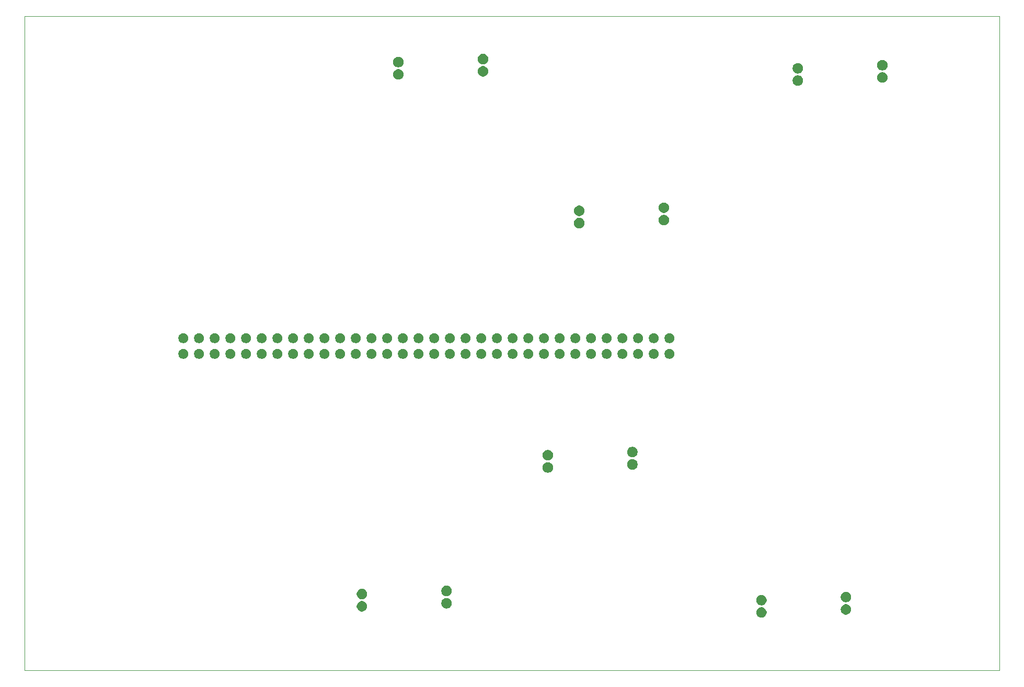
<source format=gbr>
G04 #@! TF.GenerationSoftware,KiCad,Pcbnew,(5.1.2)-2*
G04 #@! TF.CreationDate,2019-09-18T13:02:43-07:00*
G04 #@! TF.ProjectId,Cable Tester Board,4361626c-6520-4546-9573-74657220426f,rev?*
G04 #@! TF.SameCoordinates,Original*
G04 #@! TF.FileFunction,Soldermask,Bot*
G04 #@! TF.FilePolarity,Negative*
%FSLAX46Y46*%
G04 Gerber Fmt 4.6, Leading zero omitted, Abs format (unit mm)*
G04 Created by KiCad (PCBNEW (5.1.2)-2) date 2019-09-18 13:02:43*
%MOMM*%
%LPD*%
G04 APERTURE LIST*
%ADD10C,0.050000*%
%ADD11C,0.100000*%
G04 APERTURE END LIST*
D10*
X27100000Y-29500000D02*
X27100000Y-135500000D01*
X27100000Y-135500000D02*
X185000000Y-135500000D01*
X185000000Y-29500000D02*
X185000000Y-135500000D01*
X27100000Y-29500000D02*
X185000000Y-29500000D01*
D11*
G36*
X146698228Y-125281703D02*
G01*
X146853100Y-125345853D01*
X146992481Y-125438985D01*
X147111015Y-125557519D01*
X147204147Y-125696900D01*
X147268297Y-125851772D01*
X147301000Y-126016184D01*
X147301000Y-126183816D01*
X147268297Y-126348228D01*
X147204147Y-126503100D01*
X147111015Y-126642481D01*
X146992481Y-126761015D01*
X146853100Y-126854147D01*
X146698228Y-126918297D01*
X146533816Y-126951000D01*
X146366184Y-126951000D01*
X146201772Y-126918297D01*
X146046900Y-126854147D01*
X145907519Y-126761015D01*
X145788985Y-126642481D01*
X145695853Y-126503100D01*
X145631703Y-126348228D01*
X145599000Y-126183816D01*
X145599000Y-126016184D01*
X145631703Y-125851772D01*
X145695853Y-125696900D01*
X145788985Y-125557519D01*
X145907519Y-125438985D01*
X146046900Y-125345853D01*
X146201772Y-125281703D01*
X146366184Y-125249000D01*
X146533816Y-125249000D01*
X146698228Y-125281703D01*
X146698228Y-125281703D01*
G37*
G36*
X160398228Y-124781703D02*
G01*
X160553100Y-124845853D01*
X160692481Y-124938985D01*
X160811015Y-125057519D01*
X160904147Y-125196900D01*
X160968297Y-125351772D01*
X161001000Y-125516184D01*
X161001000Y-125683816D01*
X160968297Y-125848228D01*
X160904147Y-126003100D01*
X160811015Y-126142481D01*
X160692481Y-126261015D01*
X160553100Y-126354147D01*
X160398228Y-126418297D01*
X160233816Y-126451000D01*
X160066184Y-126451000D01*
X159901772Y-126418297D01*
X159746900Y-126354147D01*
X159607519Y-126261015D01*
X159488985Y-126142481D01*
X159395853Y-126003100D01*
X159331703Y-125848228D01*
X159299000Y-125683816D01*
X159299000Y-125516184D01*
X159331703Y-125351772D01*
X159395853Y-125196900D01*
X159488985Y-125057519D01*
X159607519Y-124938985D01*
X159746900Y-124845853D01*
X159901772Y-124781703D01*
X160066184Y-124749000D01*
X160233816Y-124749000D01*
X160398228Y-124781703D01*
X160398228Y-124781703D01*
G37*
G36*
X81998228Y-124281703D02*
G01*
X82153100Y-124345853D01*
X82292481Y-124438985D01*
X82411015Y-124557519D01*
X82504147Y-124696900D01*
X82568297Y-124851772D01*
X82601000Y-125016184D01*
X82601000Y-125183816D01*
X82568297Y-125348228D01*
X82504147Y-125503100D01*
X82411015Y-125642481D01*
X82292481Y-125761015D01*
X82153100Y-125854147D01*
X81998228Y-125918297D01*
X81833816Y-125951000D01*
X81666184Y-125951000D01*
X81501772Y-125918297D01*
X81346900Y-125854147D01*
X81207519Y-125761015D01*
X81088985Y-125642481D01*
X80995853Y-125503100D01*
X80931703Y-125348228D01*
X80899000Y-125183816D01*
X80899000Y-125016184D01*
X80931703Y-124851772D01*
X80995853Y-124696900D01*
X81088985Y-124557519D01*
X81207519Y-124438985D01*
X81346900Y-124345853D01*
X81501772Y-124281703D01*
X81666184Y-124249000D01*
X81833816Y-124249000D01*
X81998228Y-124281703D01*
X81998228Y-124281703D01*
G37*
G36*
X95698228Y-123781703D02*
G01*
X95853100Y-123845853D01*
X95992481Y-123938985D01*
X96111015Y-124057519D01*
X96204147Y-124196900D01*
X96268297Y-124351772D01*
X96301000Y-124516184D01*
X96301000Y-124683816D01*
X96268297Y-124848228D01*
X96204147Y-125003100D01*
X96111015Y-125142481D01*
X95992481Y-125261015D01*
X95853100Y-125354147D01*
X95698228Y-125418297D01*
X95533816Y-125451000D01*
X95366184Y-125451000D01*
X95201772Y-125418297D01*
X95046900Y-125354147D01*
X94907519Y-125261015D01*
X94788985Y-125142481D01*
X94695853Y-125003100D01*
X94631703Y-124848228D01*
X94599000Y-124683816D01*
X94599000Y-124516184D01*
X94631703Y-124351772D01*
X94695853Y-124196900D01*
X94788985Y-124057519D01*
X94907519Y-123938985D01*
X95046900Y-123845853D01*
X95201772Y-123781703D01*
X95366184Y-123749000D01*
X95533816Y-123749000D01*
X95698228Y-123781703D01*
X95698228Y-123781703D01*
G37*
G36*
X146698228Y-123281703D02*
G01*
X146853100Y-123345853D01*
X146992481Y-123438985D01*
X147111015Y-123557519D01*
X147204147Y-123696900D01*
X147268297Y-123851772D01*
X147301000Y-124016184D01*
X147301000Y-124183816D01*
X147268297Y-124348228D01*
X147204147Y-124503100D01*
X147111015Y-124642481D01*
X146992481Y-124761015D01*
X146853100Y-124854147D01*
X146698228Y-124918297D01*
X146533816Y-124951000D01*
X146366184Y-124951000D01*
X146201772Y-124918297D01*
X146046900Y-124854147D01*
X145907519Y-124761015D01*
X145788985Y-124642481D01*
X145695853Y-124503100D01*
X145631703Y-124348228D01*
X145599000Y-124183816D01*
X145599000Y-124016184D01*
X145631703Y-123851772D01*
X145695853Y-123696900D01*
X145788985Y-123557519D01*
X145907519Y-123438985D01*
X146046900Y-123345853D01*
X146201772Y-123281703D01*
X146366184Y-123249000D01*
X146533816Y-123249000D01*
X146698228Y-123281703D01*
X146698228Y-123281703D01*
G37*
G36*
X160398228Y-122781703D02*
G01*
X160553100Y-122845853D01*
X160692481Y-122938985D01*
X160811015Y-123057519D01*
X160904147Y-123196900D01*
X160968297Y-123351772D01*
X161001000Y-123516184D01*
X161001000Y-123683816D01*
X160968297Y-123848228D01*
X160904147Y-124003100D01*
X160811015Y-124142481D01*
X160692481Y-124261015D01*
X160553100Y-124354147D01*
X160398228Y-124418297D01*
X160233816Y-124451000D01*
X160066184Y-124451000D01*
X159901772Y-124418297D01*
X159746900Y-124354147D01*
X159607519Y-124261015D01*
X159488985Y-124142481D01*
X159395853Y-124003100D01*
X159331703Y-123848228D01*
X159299000Y-123683816D01*
X159299000Y-123516184D01*
X159331703Y-123351772D01*
X159395853Y-123196900D01*
X159488985Y-123057519D01*
X159607519Y-122938985D01*
X159746900Y-122845853D01*
X159901772Y-122781703D01*
X160066184Y-122749000D01*
X160233816Y-122749000D01*
X160398228Y-122781703D01*
X160398228Y-122781703D01*
G37*
G36*
X81998228Y-122281703D02*
G01*
X82153100Y-122345853D01*
X82292481Y-122438985D01*
X82411015Y-122557519D01*
X82504147Y-122696900D01*
X82568297Y-122851772D01*
X82601000Y-123016184D01*
X82601000Y-123183816D01*
X82568297Y-123348228D01*
X82504147Y-123503100D01*
X82411015Y-123642481D01*
X82292481Y-123761015D01*
X82153100Y-123854147D01*
X81998228Y-123918297D01*
X81833816Y-123951000D01*
X81666184Y-123951000D01*
X81501772Y-123918297D01*
X81346900Y-123854147D01*
X81207519Y-123761015D01*
X81088985Y-123642481D01*
X80995853Y-123503100D01*
X80931703Y-123348228D01*
X80899000Y-123183816D01*
X80899000Y-123016184D01*
X80931703Y-122851772D01*
X80995853Y-122696900D01*
X81088985Y-122557519D01*
X81207519Y-122438985D01*
X81346900Y-122345853D01*
X81501772Y-122281703D01*
X81666184Y-122249000D01*
X81833816Y-122249000D01*
X81998228Y-122281703D01*
X81998228Y-122281703D01*
G37*
G36*
X95698228Y-121781703D02*
G01*
X95853100Y-121845853D01*
X95992481Y-121938985D01*
X96111015Y-122057519D01*
X96204147Y-122196900D01*
X96268297Y-122351772D01*
X96301000Y-122516184D01*
X96301000Y-122683816D01*
X96268297Y-122848228D01*
X96204147Y-123003100D01*
X96111015Y-123142481D01*
X95992481Y-123261015D01*
X95853100Y-123354147D01*
X95698228Y-123418297D01*
X95533816Y-123451000D01*
X95366184Y-123451000D01*
X95201772Y-123418297D01*
X95046900Y-123354147D01*
X94907519Y-123261015D01*
X94788985Y-123142481D01*
X94695853Y-123003100D01*
X94631703Y-122848228D01*
X94599000Y-122683816D01*
X94599000Y-122516184D01*
X94631703Y-122351772D01*
X94695853Y-122196900D01*
X94788985Y-122057519D01*
X94907519Y-121938985D01*
X95046900Y-121845853D01*
X95201772Y-121781703D01*
X95366184Y-121749000D01*
X95533816Y-121749000D01*
X95698228Y-121781703D01*
X95698228Y-121781703D01*
G37*
G36*
X112098228Y-101781703D02*
G01*
X112253100Y-101845853D01*
X112392481Y-101938985D01*
X112511015Y-102057519D01*
X112604147Y-102196900D01*
X112668297Y-102351772D01*
X112701000Y-102516184D01*
X112701000Y-102683816D01*
X112668297Y-102848228D01*
X112604147Y-103003100D01*
X112511015Y-103142481D01*
X112392481Y-103261015D01*
X112253100Y-103354147D01*
X112098228Y-103418297D01*
X111933816Y-103451000D01*
X111766184Y-103451000D01*
X111601772Y-103418297D01*
X111446900Y-103354147D01*
X111307519Y-103261015D01*
X111188985Y-103142481D01*
X111095853Y-103003100D01*
X111031703Y-102848228D01*
X110999000Y-102683816D01*
X110999000Y-102516184D01*
X111031703Y-102351772D01*
X111095853Y-102196900D01*
X111188985Y-102057519D01*
X111307519Y-101938985D01*
X111446900Y-101845853D01*
X111601772Y-101781703D01*
X111766184Y-101749000D01*
X111933816Y-101749000D01*
X112098228Y-101781703D01*
X112098228Y-101781703D01*
G37*
G36*
X125798228Y-101281703D02*
G01*
X125953100Y-101345853D01*
X126092481Y-101438985D01*
X126211015Y-101557519D01*
X126304147Y-101696900D01*
X126368297Y-101851772D01*
X126401000Y-102016184D01*
X126401000Y-102183816D01*
X126368297Y-102348228D01*
X126304147Y-102503100D01*
X126211015Y-102642481D01*
X126092481Y-102761015D01*
X125953100Y-102854147D01*
X125798228Y-102918297D01*
X125633816Y-102951000D01*
X125466184Y-102951000D01*
X125301772Y-102918297D01*
X125146900Y-102854147D01*
X125007519Y-102761015D01*
X124888985Y-102642481D01*
X124795853Y-102503100D01*
X124731703Y-102348228D01*
X124699000Y-102183816D01*
X124699000Y-102016184D01*
X124731703Y-101851772D01*
X124795853Y-101696900D01*
X124888985Y-101557519D01*
X125007519Y-101438985D01*
X125146900Y-101345853D01*
X125301772Y-101281703D01*
X125466184Y-101249000D01*
X125633816Y-101249000D01*
X125798228Y-101281703D01*
X125798228Y-101281703D01*
G37*
G36*
X112098228Y-99781703D02*
G01*
X112253100Y-99845853D01*
X112392481Y-99938985D01*
X112511015Y-100057519D01*
X112604147Y-100196900D01*
X112668297Y-100351772D01*
X112701000Y-100516184D01*
X112701000Y-100683816D01*
X112668297Y-100848228D01*
X112604147Y-101003100D01*
X112511015Y-101142481D01*
X112392481Y-101261015D01*
X112253100Y-101354147D01*
X112098228Y-101418297D01*
X111933816Y-101451000D01*
X111766184Y-101451000D01*
X111601772Y-101418297D01*
X111446900Y-101354147D01*
X111307519Y-101261015D01*
X111188985Y-101142481D01*
X111095853Y-101003100D01*
X111031703Y-100848228D01*
X110999000Y-100683816D01*
X110999000Y-100516184D01*
X111031703Y-100351772D01*
X111095853Y-100196900D01*
X111188985Y-100057519D01*
X111307519Y-99938985D01*
X111446900Y-99845853D01*
X111601772Y-99781703D01*
X111766184Y-99749000D01*
X111933816Y-99749000D01*
X112098228Y-99781703D01*
X112098228Y-99781703D01*
G37*
G36*
X125798228Y-99281703D02*
G01*
X125953100Y-99345853D01*
X126092481Y-99438985D01*
X126211015Y-99557519D01*
X126304147Y-99696900D01*
X126368297Y-99851772D01*
X126401000Y-100016184D01*
X126401000Y-100183816D01*
X126368297Y-100348228D01*
X126304147Y-100503100D01*
X126211015Y-100642481D01*
X126092481Y-100761015D01*
X125953100Y-100854147D01*
X125798228Y-100918297D01*
X125633816Y-100951000D01*
X125466184Y-100951000D01*
X125301772Y-100918297D01*
X125146900Y-100854147D01*
X125007519Y-100761015D01*
X124888985Y-100642481D01*
X124795853Y-100503100D01*
X124731703Y-100348228D01*
X124699000Y-100183816D01*
X124699000Y-100016184D01*
X124731703Y-99851772D01*
X124795853Y-99696900D01*
X124888985Y-99557519D01*
X125007519Y-99438985D01*
X125146900Y-99345853D01*
X125301772Y-99281703D01*
X125466184Y-99249000D01*
X125633816Y-99249000D01*
X125798228Y-99281703D01*
X125798228Y-99281703D01*
G37*
G36*
X121647142Y-83388242D02*
G01*
X121795101Y-83449529D01*
X121928255Y-83538499D01*
X122041501Y-83651745D01*
X122130471Y-83784899D01*
X122191758Y-83932858D01*
X122223000Y-84089925D01*
X122223000Y-84250075D01*
X122191758Y-84407142D01*
X122130471Y-84555101D01*
X122041501Y-84688255D01*
X121928255Y-84801501D01*
X121795101Y-84890471D01*
X121647142Y-84951758D01*
X121490075Y-84983000D01*
X121329925Y-84983000D01*
X121172858Y-84951758D01*
X121024899Y-84890471D01*
X120891745Y-84801501D01*
X120778499Y-84688255D01*
X120689529Y-84555101D01*
X120628242Y-84407142D01*
X120597000Y-84250075D01*
X120597000Y-84089925D01*
X120628242Y-83932858D01*
X120689529Y-83784899D01*
X120778499Y-83651745D01*
X120891745Y-83538499D01*
X121024899Y-83449529D01*
X121172858Y-83388242D01*
X121329925Y-83357000D01*
X121490075Y-83357000D01*
X121647142Y-83388242D01*
X121647142Y-83388242D01*
G37*
G36*
X116567142Y-83388242D02*
G01*
X116715101Y-83449529D01*
X116848255Y-83538499D01*
X116961501Y-83651745D01*
X117050471Y-83784899D01*
X117111758Y-83932858D01*
X117143000Y-84089925D01*
X117143000Y-84250075D01*
X117111758Y-84407142D01*
X117050471Y-84555101D01*
X116961501Y-84688255D01*
X116848255Y-84801501D01*
X116715101Y-84890471D01*
X116567142Y-84951758D01*
X116410075Y-84983000D01*
X116249925Y-84983000D01*
X116092858Y-84951758D01*
X115944899Y-84890471D01*
X115811745Y-84801501D01*
X115698499Y-84688255D01*
X115609529Y-84555101D01*
X115548242Y-84407142D01*
X115517000Y-84250075D01*
X115517000Y-84089925D01*
X115548242Y-83932858D01*
X115609529Y-83784899D01*
X115698499Y-83651745D01*
X115811745Y-83538499D01*
X115944899Y-83449529D01*
X116092858Y-83388242D01*
X116249925Y-83357000D01*
X116410075Y-83357000D01*
X116567142Y-83388242D01*
X116567142Y-83388242D01*
G37*
G36*
X119107142Y-83388242D02*
G01*
X119255101Y-83449529D01*
X119388255Y-83538499D01*
X119501501Y-83651745D01*
X119590471Y-83784899D01*
X119651758Y-83932858D01*
X119683000Y-84089925D01*
X119683000Y-84250075D01*
X119651758Y-84407142D01*
X119590471Y-84555101D01*
X119501501Y-84688255D01*
X119388255Y-84801501D01*
X119255101Y-84890471D01*
X119107142Y-84951758D01*
X118950075Y-84983000D01*
X118789925Y-84983000D01*
X118632858Y-84951758D01*
X118484899Y-84890471D01*
X118351745Y-84801501D01*
X118238499Y-84688255D01*
X118149529Y-84555101D01*
X118088242Y-84407142D01*
X118057000Y-84250075D01*
X118057000Y-84089925D01*
X118088242Y-83932858D01*
X118149529Y-83784899D01*
X118238499Y-83651745D01*
X118351745Y-83538499D01*
X118484899Y-83449529D01*
X118632858Y-83388242D01*
X118789925Y-83357000D01*
X118950075Y-83357000D01*
X119107142Y-83388242D01*
X119107142Y-83388242D01*
G37*
G36*
X114027142Y-83388242D02*
G01*
X114175101Y-83449529D01*
X114308255Y-83538499D01*
X114421501Y-83651745D01*
X114510471Y-83784899D01*
X114571758Y-83932858D01*
X114603000Y-84089925D01*
X114603000Y-84250075D01*
X114571758Y-84407142D01*
X114510471Y-84555101D01*
X114421501Y-84688255D01*
X114308255Y-84801501D01*
X114175101Y-84890471D01*
X114027142Y-84951758D01*
X113870075Y-84983000D01*
X113709925Y-84983000D01*
X113552858Y-84951758D01*
X113404899Y-84890471D01*
X113271745Y-84801501D01*
X113158499Y-84688255D01*
X113069529Y-84555101D01*
X113008242Y-84407142D01*
X112977000Y-84250075D01*
X112977000Y-84089925D01*
X113008242Y-83932858D01*
X113069529Y-83784899D01*
X113158499Y-83651745D01*
X113271745Y-83538499D01*
X113404899Y-83449529D01*
X113552858Y-83388242D01*
X113709925Y-83357000D01*
X113870075Y-83357000D01*
X114027142Y-83388242D01*
X114027142Y-83388242D01*
G37*
G36*
X111487142Y-83388242D02*
G01*
X111635101Y-83449529D01*
X111768255Y-83538499D01*
X111881501Y-83651745D01*
X111970471Y-83784899D01*
X112031758Y-83932858D01*
X112063000Y-84089925D01*
X112063000Y-84250075D01*
X112031758Y-84407142D01*
X111970471Y-84555101D01*
X111881501Y-84688255D01*
X111768255Y-84801501D01*
X111635101Y-84890471D01*
X111487142Y-84951758D01*
X111330075Y-84983000D01*
X111169925Y-84983000D01*
X111012858Y-84951758D01*
X110864899Y-84890471D01*
X110731745Y-84801501D01*
X110618499Y-84688255D01*
X110529529Y-84555101D01*
X110468242Y-84407142D01*
X110437000Y-84250075D01*
X110437000Y-84089925D01*
X110468242Y-83932858D01*
X110529529Y-83784899D01*
X110618499Y-83651745D01*
X110731745Y-83538499D01*
X110864899Y-83449529D01*
X111012858Y-83388242D01*
X111169925Y-83357000D01*
X111330075Y-83357000D01*
X111487142Y-83388242D01*
X111487142Y-83388242D01*
G37*
G36*
X108947142Y-83388242D02*
G01*
X109095101Y-83449529D01*
X109228255Y-83538499D01*
X109341501Y-83651745D01*
X109430471Y-83784899D01*
X109491758Y-83932858D01*
X109523000Y-84089925D01*
X109523000Y-84250075D01*
X109491758Y-84407142D01*
X109430471Y-84555101D01*
X109341501Y-84688255D01*
X109228255Y-84801501D01*
X109095101Y-84890471D01*
X108947142Y-84951758D01*
X108790075Y-84983000D01*
X108629925Y-84983000D01*
X108472858Y-84951758D01*
X108324899Y-84890471D01*
X108191745Y-84801501D01*
X108078499Y-84688255D01*
X107989529Y-84555101D01*
X107928242Y-84407142D01*
X107897000Y-84250075D01*
X107897000Y-84089925D01*
X107928242Y-83932858D01*
X107989529Y-83784899D01*
X108078499Y-83651745D01*
X108191745Y-83538499D01*
X108324899Y-83449529D01*
X108472858Y-83388242D01*
X108629925Y-83357000D01*
X108790075Y-83357000D01*
X108947142Y-83388242D01*
X108947142Y-83388242D01*
G37*
G36*
X103867142Y-83388242D02*
G01*
X104015101Y-83449529D01*
X104148255Y-83538499D01*
X104261501Y-83651745D01*
X104350471Y-83784899D01*
X104411758Y-83932858D01*
X104443000Y-84089925D01*
X104443000Y-84250075D01*
X104411758Y-84407142D01*
X104350471Y-84555101D01*
X104261501Y-84688255D01*
X104148255Y-84801501D01*
X104015101Y-84890471D01*
X103867142Y-84951758D01*
X103710075Y-84983000D01*
X103549925Y-84983000D01*
X103392858Y-84951758D01*
X103244899Y-84890471D01*
X103111745Y-84801501D01*
X102998499Y-84688255D01*
X102909529Y-84555101D01*
X102848242Y-84407142D01*
X102817000Y-84250075D01*
X102817000Y-84089925D01*
X102848242Y-83932858D01*
X102909529Y-83784899D01*
X102998499Y-83651745D01*
X103111745Y-83538499D01*
X103244899Y-83449529D01*
X103392858Y-83388242D01*
X103549925Y-83357000D01*
X103710075Y-83357000D01*
X103867142Y-83388242D01*
X103867142Y-83388242D01*
G37*
G36*
X101327142Y-83388242D02*
G01*
X101475101Y-83449529D01*
X101608255Y-83538499D01*
X101721501Y-83651745D01*
X101810471Y-83784899D01*
X101871758Y-83932858D01*
X101903000Y-84089925D01*
X101903000Y-84250075D01*
X101871758Y-84407142D01*
X101810471Y-84555101D01*
X101721501Y-84688255D01*
X101608255Y-84801501D01*
X101475101Y-84890471D01*
X101327142Y-84951758D01*
X101170075Y-84983000D01*
X101009925Y-84983000D01*
X100852858Y-84951758D01*
X100704899Y-84890471D01*
X100571745Y-84801501D01*
X100458499Y-84688255D01*
X100369529Y-84555101D01*
X100308242Y-84407142D01*
X100277000Y-84250075D01*
X100277000Y-84089925D01*
X100308242Y-83932858D01*
X100369529Y-83784899D01*
X100458499Y-83651745D01*
X100571745Y-83538499D01*
X100704899Y-83449529D01*
X100852858Y-83388242D01*
X101009925Y-83357000D01*
X101170075Y-83357000D01*
X101327142Y-83388242D01*
X101327142Y-83388242D01*
G37*
G36*
X98787142Y-83388242D02*
G01*
X98935101Y-83449529D01*
X99068255Y-83538499D01*
X99181501Y-83651745D01*
X99270471Y-83784899D01*
X99331758Y-83932858D01*
X99363000Y-84089925D01*
X99363000Y-84250075D01*
X99331758Y-84407142D01*
X99270471Y-84555101D01*
X99181501Y-84688255D01*
X99068255Y-84801501D01*
X98935101Y-84890471D01*
X98787142Y-84951758D01*
X98630075Y-84983000D01*
X98469925Y-84983000D01*
X98312858Y-84951758D01*
X98164899Y-84890471D01*
X98031745Y-84801501D01*
X97918499Y-84688255D01*
X97829529Y-84555101D01*
X97768242Y-84407142D01*
X97737000Y-84250075D01*
X97737000Y-84089925D01*
X97768242Y-83932858D01*
X97829529Y-83784899D01*
X97918499Y-83651745D01*
X98031745Y-83538499D01*
X98164899Y-83449529D01*
X98312858Y-83388242D01*
X98469925Y-83357000D01*
X98630075Y-83357000D01*
X98787142Y-83388242D01*
X98787142Y-83388242D01*
G37*
G36*
X96247142Y-83388242D02*
G01*
X96395101Y-83449529D01*
X96528255Y-83538499D01*
X96641501Y-83651745D01*
X96730471Y-83784899D01*
X96791758Y-83932858D01*
X96823000Y-84089925D01*
X96823000Y-84250075D01*
X96791758Y-84407142D01*
X96730471Y-84555101D01*
X96641501Y-84688255D01*
X96528255Y-84801501D01*
X96395101Y-84890471D01*
X96247142Y-84951758D01*
X96090075Y-84983000D01*
X95929925Y-84983000D01*
X95772858Y-84951758D01*
X95624899Y-84890471D01*
X95491745Y-84801501D01*
X95378499Y-84688255D01*
X95289529Y-84555101D01*
X95228242Y-84407142D01*
X95197000Y-84250075D01*
X95197000Y-84089925D01*
X95228242Y-83932858D01*
X95289529Y-83784899D01*
X95378499Y-83651745D01*
X95491745Y-83538499D01*
X95624899Y-83449529D01*
X95772858Y-83388242D01*
X95929925Y-83357000D01*
X96090075Y-83357000D01*
X96247142Y-83388242D01*
X96247142Y-83388242D01*
G37*
G36*
X93707142Y-83388242D02*
G01*
X93855101Y-83449529D01*
X93988255Y-83538499D01*
X94101501Y-83651745D01*
X94190471Y-83784899D01*
X94251758Y-83932858D01*
X94283000Y-84089925D01*
X94283000Y-84250075D01*
X94251758Y-84407142D01*
X94190471Y-84555101D01*
X94101501Y-84688255D01*
X93988255Y-84801501D01*
X93855101Y-84890471D01*
X93707142Y-84951758D01*
X93550075Y-84983000D01*
X93389925Y-84983000D01*
X93232858Y-84951758D01*
X93084899Y-84890471D01*
X92951745Y-84801501D01*
X92838499Y-84688255D01*
X92749529Y-84555101D01*
X92688242Y-84407142D01*
X92657000Y-84250075D01*
X92657000Y-84089925D01*
X92688242Y-83932858D01*
X92749529Y-83784899D01*
X92838499Y-83651745D01*
X92951745Y-83538499D01*
X93084899Y-83449529D01*
X93232858Y-83388242D01*
X93389925Y-83357000D01*
X93550075Y-83357000D01*
X93707142Y-83388242D01*
X93707142Y-83388242D01*
G37*
G36*
X91167142Y-83388242D02*
G01*
X91315101Y-83449529D01*
X91448255Y-83538499D01*
X91561501Y-83651745D01*
X91650471Y-83784899D01*
X91711758Y-83932858D01*
X91743000Y-84089925D01*
X91743000Y-84250075D01*
X91711758Y-84407142D01*
X91650471Y-84555101D01*
X91561501Y-84688255D01*
X91448255Y-84801501D01*
X91315101Y-84890471D01*
X91167142Y-84951758D01*
X91010075Y-84983000D01*
X90849925Y-84983000D01*
X90692858Y-84951758D01*
X90544899Y-84890471D01*
X90411745Y-84801501D01*
X90298499Y-84688255D01*
X90209529Y-84555101D01*
X90148242Y-84407142D01*
X90117000Y-84250075D01*
X90117000Y-84089925D01*
X90148242Y-83932858D01*
X90209529Y-83784899D01*
X90298499Y-83651745D01*
X90411745Y-83538499D01*
X90544899Y-83449529D01*
X90692858Y-83388242D01*
X90849925Y-83357000D01*
X91010075Y-83357000D01*
X91167142Y-83388242D01*
X91167142Y-83388242D01*
G37*
G36*
X88627142Y-83388242D02*
G01*
X88775101Y-83449529D01*
X88908255Y-83538499D01*
X89021501Y-83651745D01*
X89110471Y-83784899D01*
X89171758Y-83932858D01*
X89203000Y-84089925D01*
X89203000Y-84250075D01*
X89171758Y-84407142D01*
X89110471Y-84555101D01*
X89021501Y-84688255D01*
X88908255Y-84801501D01*
X88775101Y-84890471D01*
X88627142Y-84951758D01*
X88470075Y-84983000D01*
X88309925Y-84983000D01*
X88152858Y-84951758D01*
X88004899Y-84890471D01*
X87871745Y-84801501D01*
X87758499Y-84688255D01*
X87669529Y-84555101D01*
X87608242Y-84407142D01*
X87577000Y-84250075D01*
X87577000Y-84089925D01*
X87608242Y-83932858D01*
X87669529Y-83784899D01*
X87758499Y-83651745D01*
X87871745Y-83538499D01*
X88004899Y-83449529D01*
X88152858Y-83388242D01*
X88309925Y-83357000D01*
X88470075Y-83357000D01*
X88627142Y-83388242D01*
X88627142Y-83388242D01*
G37*
G36*
X86087142Y-83388242D02*
G01*
X86235101Y-83449529D01*
X86368255Y-83538499D01*
X86481501Y-83651745D01*
X86570471Y-83784899D01*
X86631758Y-83932858D01*
X86663000Y-84089925D01*
X86663000Y-84250075D01*
X86631758Y-84407142D01*
X86570471Y-84555101D01*
X86481501Y-84688255D01*
X86368255Y-84801501D01*
X86235101Y-84890471D01*
X86087142Y-84951758D01*
X85930075Y-84983000D01*
X85769925Y-84983000D01*
X85612858Y-84951758D01*
X85464899Y-84890471D01*
X85331745Y-84801501D01*
X85218499Y-84688255D01*
X85129529Y-84555101D01*
X85068242Y-84407142D01*
X85037000Y-84250075D01*
X85037000Y-84089925D01*
X85068242Y-83932858D01*
X85129529Y-83784899D01*
X85218499Y-83651745D01*
X85331745Y-83538499D01*
X85464899Y-83449529D01*
X85612858Y-83388242D01*
X85769925Y-83357000D01*
X85930075Y-83357000D01*
X86087142Y-83388242D01*
X86087142Y-83388242D01*
G37*
G36*
X83547142Y-83388242D02*
G01*
X83695101Y-83449529D01*
X83828255Y-83538499D01*
X83941501Y-83651745D01*
X84030471Y-83784899D01*
X84091758Y-83932858D01*
X84123000Y-84089925D01*
X84123000Y-84250075D01*
X84091758Y-84407142D01*
X84030471Y-84555101D01*
X83941501Y-84688255D01*
X83828255Y-84801501D01*
X83695101Y-84890471D01*
X83547142Y-84951758D01*
X83390075Y-84983000D01*
X83229925Y-84983000D01*
X83072858Y-84951758D01*
X82924899Y-84890471D01*
X82791745Y-84801501D01*
X82678499Y-84688255D01*
X82589529Y-84555101D01*
X82528242Y-84407142D01*
X82497000Y-84250075D01*
X82497000Y-84089925D01*
X82528242Y-83932858D01*
X82589529Y-83784899D01*
X82678499Y-83651745D01*
X82791745Y-83538499D01*
X82924899Y-83449529D01*
X83072858Y-83388242D01*
X83229925Y-83357000D01*
X83390075Y-83357000D01*
X83547142Y-83388242D01*
X83547142Y-83388242D01*
G37*
G36*
X81007142Y-83388242D02*
G01*
X81155101Y-83449529D01*
X81288255Y-83538499D01*
X81401501Y-83651745D01*
X81490471Y-83784899D01*
X81551758Y-83932858D01*
X81583000Y-84089925D01*
X81583000Y-84250075D01*
X81551758Y-84407142D01*
X81490471Y-84555101D01*
X81401501Y-84688255D01*
X81288255Y-84801501D01*
X81155101Y-84890471D01*
X81007142Y-84951758D01*
X80850075Y-84983000D01*
X80689925Y-84983000D01*
X80532858Y-84951758D01*
X80384899Y-84890471D01*
X80251745Y-84801501D01*
X80138499Y-84688255D01*
X80049529Y-84555101D01*
X79988242Y-84407142D01*
X79957000Y-84250075D01*
X79957000Y-84089925D01*
X79988242Y-83932858D01*
X80049529Y-83784899D01*
X80138499Y-83651745D01*
X80251745Y-83538499D01*
X80384899Y-83449529D01*
X80532858Y-83388242D01*
X80689925Y-83357000D01*
X80850075Y-83357000D01*
X81007142Y-83388242D01*
X81007142Y-83388242D01*
G37*
G36*
X106407142Y-83388242D02*
G01*
X106555101Y-83449529D01*
X106688255Y-83538499D01*
X106801501Y-83651745D01*
X106890471Y-83784899D01*
X106951758Y-83932858D01*
X106983000Y-84089925D01*
X106983000Y-84250075D01*
X106951758Y-84407142D01*
X106890471Y-84555101D01*
X106801501Y-84688255D01*
X106688255Y-84801501D01*
X106555101Y-84890471D01*
X106407142Y-84951758D01*
X106250075Y-84983000D01*
X106089925Y-84983000D01*
X105932858Y-84951758D01*
X105784899Y-84890471D01*
X105651745Y-84801501D01*
X105538499Y-84688255D01*
X105449529Y-84555101D01*
X105388242Y-84407142D01*
X105357000Y-84250075D01*
X105357000Y-84089925D01*
X105388242Y-83932858D01*
X105449529Y-83784899D01*
X105538499Y-83651745D01*
X105651745Y-83538499D01*
X105784899Y-83449529D01*
X105932858Y-83388242D01*
X106089925Y-83357000D01*
X106250075Y-83357000D01*
X106407142Y-83388242D01*
X106407142Y-83388242D01*
G37*
G36*
X75927142Y-83388242D02*
G01*
X76075101Y-83449529D01*
X76208255Y-83538499D01*
X76321501Y-83651745D01*
X76410471Y-83784899D01*
X76471758Y-83932858D01*
X76503000Y-84089925D01*
X76503000Y-84250075D01*
X76471758Y-84407142D01*
X76410471Y-84555101D01*
X76321501Y-84688255D01*
X76208255Y-84801501D01*
X76075101Y-84890471D01*
X75927142Y-84951758D01*
X75770075Y-84983000D01*
X75609925Y-84983000D01*
X75452858Y-84951758D01*
X75304899Y-84890471D01*
X75171745Y-84801501D01*
X75058499Y-84688255D01*
X74969529Y-84555101D01*
X74908242Y-84407142D01*
X74877000Y-84250075D01*
X74877000Y-84089925D01*
X74908242Y-83932858D01*
X74969529Y-83784899D01*
X75058499Y-83651745D01*
X75171745Y-83538499D01*
X75304899Y-83449529D01*
X75452858Y-83388242D01*
X75609925Y-83357000D01*
X75770075Y-83357000D01*
X75927142Y-83388242D01*
X75927142Y-83388242D01*
G37*
G36*
X78467142Y-83388242D02*
G01*
X78615101Y-83449529D01*
X78748255Y-83538499D01*
X78861501Y-83651745D01*
X78950471Y-83784899D01*
X79011758Y-83932858D01*
X79043000Y-84089925D01*
X79043000Y-84250075D01*
X79011758Y-84407142D01*
X78950471Y-84555101D01*
X78861501Y-84688255D01*
X78748255Y-84801501D01*
X78615101Y-84890471D01*
X78467142Y-84951758D01*
X78310075Y-84983000D01*
X78149925Y-84983000D01*
X77992858Y-84951758D01*
X77844899Y-84890471D01*
X77711745Y-84801501D01*
X77598499Y-84688255D01*
X77509529Y-84555101D01*
X77448242Y-84407142D01*
X77417000Y-84250075D01*
X77417000Y-84089925D01*
X77448242Y-83932858D01*
X77509529Y-83784899D01*
X77598499Y-83651745D01*
X77711745Y-83538499D01*
X77844899Y-83449529D01*
X77992858Y-83388242D01*
X78149925Y-83357000D01*
X78310075Y-83357000D01*
X78467142Y-83388242D01*
X78467142Y-83388242D01*
G37*
G36*
X73387142Y-83388242D02*
G01*
X73535101Y-83449529D01*
X73668255Y-83538499D01*
X73781501Y-83651745D01*
X73870471Y-83784899D01*
X73931758Y-83932858D01*
X73963000Y-84089925D01*
X73963000Y-84250075D01*
X73931758Y-84407142D01*
X73870471Y-84555101D01*
X73781501Y-84688255D01*
X73668255Y-84801501D01*
X73535101Y-84890471D01*
X73387142Y-84951758D01*
X73230075Y-84983000D01*
X73069925Y-84983000D01*
X72912858Y-84951758D01*
X72764899Y-84890471D01*
X72631745Y-84801501D01*
X72518499Y-84688255D01*
X72429529Y-84555101D01*
X72368242Y-84407142D01*
X72337000Y-84250075D01*
X72337000Y-84089925D01*
X72368242Y-83932858D01*
X72429529Y-83784899D01*
X72518499Y-83651745D01*
X72631745Y-83538499D01*
X72764899Y-83449529D01*
X72912858Y-83388242D01*
X73069925Y-83357000D01*
X73230075Y-83357000D01*
X73387142Y-83388242D01*
X73387142Y-83388242D01*
G37*
G36*
X70847142Y-83388242D02*
G01*
X70995101Y-83449529D01*
X71128255Y-83538499D01*
X71241501Y-83651745D01*
X71330471Y-83784899D01*
X71391758Y-83932858D01*
X71423000Y-84089925D01*
X71423000Y-84250075D01*
X71391758Y-84407142D01*
X71330471Y-84555101D01*
X71241501Y-84688255D01*
X71128255Y-84801501D01*
X70995101Y-84890471D01*
X70847142Y-84951758D01*
X70690075Y-84983000D01*
X70529925Y-84983000D01*
X70372858Y-84951758D01*
X70224899Y-84890471D01*
X70091745Y-84801501D01*
X69978499Y-84688255D01*
X69889529Y-84555101D01*
X69828242Y-84407142D01*
X69797000Y-84250075D01*
X69797000Y-84089925D01*
X69828242Y-83932858D01*
X69889529Y-83784899D01*
X69978499Y-83651745D01*
X70091745Y-83538499D01*
X70224899Y-83449529D01*
X70372858Y-83388242D01*
X70529925Y-83357000D01*
X70690075Y-83357000D01*
X70847142Y-83388242D01*
X70847142Y-83388242D01*
G37*
G36*
X68307142Y-83388242D02*
G01*
X68455101Y-83449529D01*
X68588255Y-83538499D01*
X68701501Y-83651745D01*
X68790471Y-83784899D01*
X68851758Y-83932858D01*
X68883000Y-84089925D01*
X68883000Y-84250075D01*
X68851758Y-84407142D01*
X68790471Y-84555101D01*
X68701501Y-84688255D01*
X68588255Y-84801501D01*
X68455101Y-84890471D01*
X68307142Y-84951758D01*
X68150075Y-84983000D01*
X67989925Y-84983000D01*
X67832858Y-84951758D01*
X67684899Y-84890471D01*
X67551745Y-84801501D01*
X67438499Y-84688255D01*
X67349529Y-84555101D01*
X67288242Y-84407142D01*
X67257000Y-84250075D01*
X67257000Y-84089925D01*
X67288242Y-83932858D01*
X67349529Y-83784899D01*
X67438499Y-83651745D01*
X67551745Y-83538499D01*
X67684899Y-83449529D01*
X67832858Y-83388242D01*
X67989925Y-83357000D01*
X68150075Y-83357000D01*
X68307142Y-83388242D01*
X68307142Y-83388242D01*
G37*
G36*
X65767142Y-83388242D02*
G01*
X65915101Y-83449529D01*
X66048255Y-83538499D01*
X66161501Y-83651745D01*
X66250471Y-83784899D01*
X66311758Y-83932858D01*
X66343000Y-84089925D01*
X66343000Y-84250075D01*
X66311758Y-84407142D01*
X66250471Y-84555101D01*
X66161501Y-84688255D01*
X66048255Y-84801501D01*
X65915101Y-84890471D01*
X65767142Y-84951758D01*
X65610075Y-84983000D01*
X65449925Y-84983000D01*
X65292858Y-84951758D01*
X65144899Y-84890471D01*
X65011745Y-84801501D01*
X64898499Y-84688255D01*
X64809529Y-84555101D01*
X64748242Y-84407142D01*
X64717000Y-84250075D01*
X64717000Y-84089925D01*
X64748242Y-83932858D01*
X64809529Y-83784899D01*
X64898499Y-83651745D01*
X65011745Y-83538499D01*
X65144899Y-83449529D01*
X65292858Y-83388242D01*
X65449925Y-83357000D01*
X65610075Y-83357000D01*
X65767142Y-83388242D01*
X65767142Y-83388242D01*
G37*
G36*
X63227142Y-83388242D02*
G01*
X63375101Y-83449529D01*
X63508255Y-83538499D01*
X63621501Y-83651745D01*
X63710471Y-83784899D01*
X63771758Y-83932858D01*
X63803000Y-84089925D01*
X63803000Y-84250075D01*
X63771758Y-84407142D01*
X63710471Y-84555101D01*
X63621501Y-84688255D01*
X63508255Y-84801501D01*
X63375101Y-84890471D01*
X63227142Y-84951758D01*
X63070075Y-84983000D01*
X62909925Y-84983000D01*
X62752858Y-84951758D01*
X62604899Y-84890471D01*
X62471745Y-84801501D01*
X62358499Y-84688255D01*
X62269529Y-84555101D01*
X62208242Y-84407142D01*
X62177000Y-84250075D01*
X62177000Y-84089925D01*
X62208242Y-83932858D01*
X62269529Y-83784899D01*
X62358499Y-83651745D01*
X62471745Y-83538499D01*
X62604899Y-83449529D01*
X62752858Y-83388242D01*
X62909925Y-83357000D01*
X63070075Y-83357000D01*
X63227142Y-83388242D01*
X63227142Y-83388242D01*
G37*
G36*
X60687142Y-83388242D02*
G01*
X60835101Y-83449529D01*
X60968255Y-83538499D01*
X61081501Y-83651745D01*
X61170471Y-83784899D01*
X61231758Y-83932858D01*
X61263000Y-84089925D01*
X61263000Y-84250075D01*
X61231758Y-84407142D01*
X61170471Y-84555101D01*
X61081501Y-84688255D01*
X60968255Y-84801501D01*
X60835101Y-84890471D01*
X60687142Y-84951758D01*
X60530075Y-84983000D01*
X60369925Y-84983000D01*
X60212858Y-84951758D01*
X60064899Y-84890471D01*
X59931745Y-84801501D01*
X59818499Y-84688255D01*
X59729529Y-84555101D01*
X59668242Y-84407142D01*
X59637000Y-84250075D01*
X59637000Y-84089925D01*
X59668242Y-83932858D01*
X59729529Y-83784899D01*
X59818499Y-83651745D01*
X59931745Y-83538499D01*
X60064899Y-83449529D01*
X60212858Y-83388242D01*
X60369925Y-83357000D01*
X60530075Y-83357000D01*
X60687142Y-83388242D01*
X60687142Y-83388242D01*
G37*
G36*
X55607142Y-83388242D02*
G01*
X55755101Y-83449529D01*
X55888255Y-83538499D01*
X56001501Y-83651745D01*
X56090471Y-83784899D01*
X56151758Y-83932858D01*
X56183000Y-84089925D01*
X56183000Y-84250075D01*
X56151758Y-84407142D01*
X56090471Y-84555101D01*
X56001501Y-84688255D01*
X55888255Y-84801501D01*
X55755101Y-84890471D01*
X55607142Y-84951758D01*
X55450075Y-84983000D01*
X55289925Y-84983000D01*
X55132858Y-84951758D01*
X54984899Y-84890471D01*
X54851745Y-84801501D01*
X54738499Y-84688255D01*
X54649529Y-84555101D01*
X54588242Y-84407142D01*
X54557000Y-84250075D01*
X54557000Y-84089925D01*
X54588242Y-83932858D01*
X54649529Y-83784899D01*
X54738499Y-83651745D01*
X54851745Y-83538499D01*
X54984899Y-83449529D01*
X55132858Y-83388242D01*
X55289925Y-83357000D01*
X55450075Y-83357000D01*
X55607142Y-83388242D01*
X55607142Y-83388242D01*
G37*
G36*
X53067142Y-83388242D02*
G01*
X53215101Y-83449529D01*
X53348255Y-83538499D01*
X53461501Y-83651745D01*
X53550471Y-83784899D01*
X53611758Y-83932858D01*
X53643000Y-84089925D01*
X53643000Y-84250075D01*
X53611758Y-84407142D01*
X53550471Y-84555101D01*
X53461501Y-84688255D01*
X53348255Y-84801501D01*
X53215101Y-84890471D01*
X53067142Y-84951758D01*
X52910075Y-84983000D01*
X52749925Y-84983000D01*
X52592858Y-84951758D01*
X52444899Y-84890471D01*
X52311745Y-84801501D01*
X52198499Y-84688255D01*
X52109529Y-84555101D01*
X52048242Y-84407142D01*
X52017000Y-84250075D01*
X52017000Y-84089925D01*
X52048242Y-83932858D01*
X52109529Y-83784899D01*
X52198499Y-83651745D01*
X52311745Y-83538499D01*
X52444899Y-83449529D01*
X52592858Y-83388242D01*
X52749925Y-83357000D01*
X52910075Y-83357000D01*
X53067142Y-83388242D01*
X53067142Y-83388242D01*
G37*
G36*
X131807142Y-83388242D02*
G01*
X131955101Y-83449529D01*
X132088255Y-83538499D01*
X132201501Y-83651745D01*
X132290471Y-83784899D01*
X132351758Y-83932858D01*
X132383000Y-84089925D01*
X132383000Y-84250075D01*
X132351758Y-84407142D01*
X132290471Y-84555101D01*
X132201501Y-84688255D01*
X132088255Y-84801501D01*
X131955101Y-84890471D01*
X131807142Y-84951758D01*
X131650075Y-84983000D01*
X131489925Y-84983000D01*
X131332858Y-84951758D01*
X131184899Y-84890471D01*
X131051745Y-84801501D01*
X130938499Y-84688255D01*
X130849529Y-84555101D01*
X130788242Y-84407142D01*
X130757000Y-84250075D01*
X130757000Y-84089925D01*
X130788242Y-83932858D01*
X130849529Y-83784899D01*
X130938499Y-83651745D01*
X131051745Y-83538499D01*
X131184899Y-83449529D01*
X131332858Y-83388242D01*
X131489925Y-83357000D01*
X131650075Y-83357000D01*
X131807142Y-83388242D01*
X131807142Y-83388242D01*
G37*
G36*
X129267142Y-83388242D02*
G01*
X129415101Y-83449529D01*
X129548255Y-83538499D01*
X129661501Y-83651745D01*
X129750471Y-83784899D01*
X129811758Y-83932858D01*
X129843000Y-84089925D01*
X129843000Y-84250075D01*
X129811758Y-84407142D01*
X129750471Y-84555101D01*
X129661501Y-84688255D01*
X129548255Y-84801501D01*
X129415101Y-84890471D01*
X129267142Y-84951758D01*
X129110075Y-84983000D01*
X128949925Y-84983000D01*
X128792858Y-84951758D01*
X128644899Y-84890471D01*
X128511745Y-84801501D01*
X128398499Y-84688255D01*
X128309529Y-84555101D01*
X128248242Y-84407142D01*
X128217000Y-84250075D01*
X128217000Y-84089925D01*
X128248242Y-83932858D01*
X128309529Y-83784899D01*
X128398499Y-83651745D01*
X128511745Y-83538499D01*
X128644899Y-83449529D01*
X128792858Y-83388242D01*
X128949925Y-83357000D01*
X129110075Y-83357000D01*
X129267142Y-83388242D01*
X129267142Y-83388242D01*
G37*
G36*
X126727142Y-83388242D02*
G01*
X126875101Y-83449529D01*
X127008255Y-83538499D01*
X127121501Y-83651745D01*
X127210471Y-83784899D01*
X127271758Y-83932858D01*
X127303000Y-84089925D01*
X127303000Y-84250075D01*
X127271758Y-84407142D01*
X127210471Y-84555101D01*
X127121501Y-84688255D01*
X127008255Y-84801501D01*
X126875101Y-84890471D01*
X126727142Y-84951758D01*
X126570075Y-84983000D01*
X126409925Y-84983000D01*
X126252858Y-84951758D01*
X126104899Y-84890471D01*
X125971745Y-84801501D01*
X125858499Y-84688255D01*
X125769529Y-84555101D01*
X125708242Y-84407142D01*
X125677000Y-84250075D01*
X125677000Y-84089925D01*
X125708242Y-83932858D01*
X125769529Y-83784899D01*
X125858499Y-83651745D01*
X125971745Y-83538499D01*
X126104899Y-83449529D01*
X126252858Y-83388242D01*
X126409925Y-83357000D01*
X126570075Y-83357000D01*
X126727142Y-83388242D01*
X126727142Y-83388242D01*
G37*
G36*
X58147142Y-83388242D02*
G01*
X58295101Y-83449529D01*
X58428255Y-83538499D01*
X58541501Y-83651745D01*
X58630471Y-83784899D01*
X58691758Y-83932858D01*
X58723000Y-84089925D01*
X58723000Y-84250075D01*
X58691758Y-84407142D01*
X58630471Y-84555101D01*
X58541501Y-84688255D01*
X58428255Y-84801501D01*
X58295101Y-84890471D01*
X58147142Y-84951758D01*
X57990075Y-84983000D01*
X57829925Y-84983000D01*
X57672858Y-84951758D01*
X57524899Y-84890471D01*
X57391745Y-84801501D01*
X57278499Y-84688255D01*
X57189529Y-84555101D01*
X57128242Y-84407142D01*
X57097000Y-84250075D01*
X57097000Y-84089925D01*
X57128242Y-83932858D01*
X57189529Y-83784899D01*
X57278499Y-83651745D01*
X57391745Y-83538499D01*
X57524899Y-83449529D01*
X57672858Y-83388242D01*
X57829925Y-83357000D01*
X57990075Y-83357000D01*
X58147142Y-83388242D01*
X58147142Y-83388242D01*
G37*
G36*
X124187142Y-83388242D02*
G01*
X124335101Y-83449529D01*
X124468255Y-83538499D01*
X124581501Y-83651745D01*
X124670471Y-83784899D01*
X124731758Y-83932858D01*
X124763000Y-84089925D01*
X124763000Y-84250075D01*
X124731758Y-84407142D01*
X124670471Y-84555101D01*
X124581501Y-84688255D01*
X124468255Y-84801501D01*
X124335101Y-84890471D01*
X124187142Y-84951758D01*
X124030075Y-84983000D01*
X123869925Y-84983000D01*
X123712858Y-84951758D01*
X123564899Y-84890471D01*
X123431745Y-84801501D01*
X123318499Y-84688255D01*
X123229529Y-84555101D01*
X123168242Y-84407142D01*
X123137000Y-84250075D01*
X123137000Y-84089925D01*
X123168242Y-83932858D01*
X123229529Y-83784899D01*
X123318499Y-83651745D01*
X123431745Y-83538499D01*
X123564899Y-83449529D01*
X123712858Y-83388242D01*
X123869925Y-83357000D01*
X124030075Y-83357000D01*
X124187142Y-83388242D01*
X124187142Y-83388242D01*
G37*
G36*
X111487142Y-80848242D02*
G01*
X111635101Y-80909529D01*
X111768255Y-80998499D01*
X111881501Y-81111745D01*
X111970471Y-81244899D01*
X112031758Y-81392858D01*
X112063000Y-81549925D01*
X112063000Y-81710075D01*
X112031758Y-81867142D01*
X111970471Y-82015101D01*
X111881501Y-82148255D01*
X111768255Y-82261501D01*
X111635101Y-82350471D01*
X111487142Y-82411758D01*
X111330075Y-82443000D01*
X111169925Y-82443000D01*
X111012858Y-82411758D01*
X110864899Y-82350471D01*
X110731745Y-82261501D01*
X110618499Y-82148255D01*
X110529529Y-82015101D01*
X110468242Y-81867142D01*
X110437000Y-81710075D01*
X110437000Y-81549925D01*
X110468242Y-81392858D01*
X110529529Y-81244899D01*
X110618499Y-81111745D01*
X110731745Y-80998499D01*
X110864899Y-80909529D01*
X111012858Y-80848242D01*
X111169925Y-80817000D01*
X111330075Y-80817000D01*
X111487142Y-80848242D01*
X111487142Y-80848242D01*
G37*
G36*
X114027142Y-80848242D02*
G01*
X114175101Y-80909529D01*
X114308255Y-80998499D01*
X114421501Y-81111745D01*
X114510471Y-81244899D01*
X114571758Y-81392858D01*
X114603000Y-81549925D01*
X114603000Y-81710075D01*
X114571758Y-81867142D01*
X114510471Y-82015101D01*
X114421501Y-82148255D01*
X114308255Y-82261501D01*
X114175101Y-82350471D01*
X114027142Y-82411758D01*
X113870075Y-82443000D01*
X113709925Y-82443000D01*
X113552858Y-82411758D01*
X113404899Y-82350471D01*
X113271745Y-82261501D01*
X113158499Y-82148255D01*
X113069529Y-82015101D01*
X113008242Y-81867142D01*
X112977000Y-81710075D01*
X112977000Y-81549925D01*
X113008242Y-81392858D01*
X113069529Y-81244899D01*
X113158499Y-81111745D01*
X113271745Y-80998499D01*
X113404899Y-80909529D01*
X113552858Y-80848242D01*
X113709925Y-80817000D01*
X113870075Y-80817000D01*
X114027142Y-80848242D01*
X114027142Y-80848242D01*
G37*
G36*
X116567142Y-80848242D02*
G01*
X116715101Y-80909529D01*
X116848255Y-80998499D01*
X116961501Y-81111745D01*
X117050471Y-81244899D01*
X117111758Y-81392858D01*
X117143000Y-81549925D01*
X117143000Y-81710075D01*
X117111758Y-81867142D01*
X117050471Y-82015101D01*
X116961501Y-82148255D01*
X116848255Y-82261501D01*
X116715101Y-82350471D01*
X116567142Y-82411758D01*
X116410075Y-82443000D01*
X116249925Y-82443000D01*
X116092858Y-82411758D01*
X115944899Y-82350471D01*
X115811745Y-82261501D01*
X115698499Y-82148255D01*
X115609529Y-82015101D01*
X115548242Y-81867142D01*
X115517000Y-81710075D01*
X115517000Y-81549925D01*
X115548242Y-81392858D01*
X115609529Y-81244899D01*
X115698499Y-81111745D01*
X115811745Y-80998499D01*
X115944899Y-80909529D01*
X116092858Y-80848242D01*
X116249925Y-80817000D01*
X116410075Y-80817000D01*
X116567142Y-80848242D01*
X116567142Y-80848242D01*
G37*
G36*
X119107142Y-80848242D02*
G01*
X119255101Y-80909529D01*
X119388255Y-80998499D01*
X119501501Y-81111745D01*
X119590471Y-81244899D01*
X119651758Y-81392858D01*
X119683000Y-81549925D01*
X119683000Y-81710075D01*
X119651758Y-81867142D01*
X119590471Y-82015101D01*
X119501501Y-82148255D01*
X119388255Y-82261501D01*
X119255101Y-82350471D01*
X119107142Y-82411758D01*
X118950075Y-82443000D01*
X118789925Y-82443000D01*
X118632858Y-82411758D01*
X118484899Y-82350471D01*
X118351745Y-82261501D01*
X118238499Y-82148255D01*
X118149529Y-82015101D01*
X118088242Y-81867142D01*
X118057000Y-81710075D01*
X118057000Y-81549925D01*
X118088242Y-81392858D01*
X118149529Y-81244899D01*
X118238499Y-81111745D01*
X118351745Y-80998499D01*
X118484899Y-80909529D01*
X118632858Y-80848242D01*
X118789925Y-80817000D01*
X118950075Y-80817000D01*
X119107142Y-80848242D01*
X119107142Y-80848242D01*
G37*
G36*
X121647142Y-80848242D02*
G01*
X121795101Y-80909529D01*
X121928255Y-80998499D01*
X122041501Y-81111745D01*
X122130471Y-81244899D01*
X122191758Y-81392858D01*
X122223000Y-81549925D01*
X122223000Y-81710075D01*
X122191758Y-81867142D01*
X122130471Y-82015101D01*
X122041501Y-82148255D01*
X121928255Y-82261501D01*
X121795101Y-82350471D01*
X121647142Y-82411758D01*
X121490075Y-82443000D01*
X121329925Y-82443000D01*
X121172858Y-82411758D01*
X121024899Y-82350471D01*
X120891745Y-82261501D01*
X120778499Y-82148255D01*
X120689529Y-82015101D01*
X120628242Y-81867142D01*
X120597000Y-81710075D01*
X120597000Y-81549925D01*
X120628242Y-81392858D01*
X120689529Y-81244899D01*
X120778499Y-81111745D01*
X120891745Y-80998499D01*
X121024899Y-80909529D01*
X121172858Y-80848242D01*
X121329925Y-80817000D01*
X121490075Y-80817000D01*
X121647142Y-80848242D01*
X121647142Y-80848242D01*
G37*
G36*
X124187142Y-80848242D02*
G01*
X124335101Y-80909529D01*
X124468255Y-80998499D01*
X124581501Y-81111745D01*
X124670471Y-81244899D01*
X124731758Y-81392858D01*
X124763000Y-81549925D01*
X124763000Y-81710075D01*
X124731758Y-81867142D01*
X124670471Y-82015101D01*
X124581501Y-82148255D01*
X124468255Y-82261501D01*
X124335101Y-82350471D01*
X124187142Y-82411758D01*
X124030075Y-82443000D01*
X123869925Y-82443000D01*
X123712858Y-82411758D01*
X123564899Y-82350471D01*
X123431745Y-82261501D01*
X123318499Y-82148255D01*
X123229529Y-82015101D01*
X123168242Y-81867142D01*
X123137000Y-81710075D01*
X123137000Y-81549925D01*
X123168242Y-81392858D01*
X123229529Y-81244899D01*
X123318499Y-81111745D01*
X123431745Y-80998499D01*
X123564899Y-80909529D01*
X123712858Y-80848242D01*
X123869925Y-80817000D01*
X124030075Y-80817000D01*
X124187142Y-80848242D01*
X124187142Y-80848242D01*
G37*
G36*
X126727142Y-80848242D02*
G01*
X126875101Y-80909529D01*
X127008255Y-80998499D01*
X127121501Y-81111745D01*
X127210471Y-81244899D01*
X127271758Y-81392858D01*
X127303000Y-81549925D01*
X127303000Y-81710075D01*
X127271758Y-81867142D01*
X127210471Y-82015101D01*
X127121501Y-82148255D01*
X127008255Y-82261501D01*
X126875101Y-82350471D01*
X126727142Y-82411758D01*
X126570075Y-82443000D01*
X126409925Y-82443000D01*
X126252858Y-82411758D01*
X126104899Y-82350471D01*
X125971745Y-82261501D01*
X125858499Y-82148255D01*
X125769529Y-82015101D01*
X125708242Y-81867142D01*
X125677000Y-81710075D01*
X125677000Y-81549925D01*
X125708242Y-81392858D01*
X125769529Y-81244899D01*
X125858499Y-81111745D01*
X125971745Y-80998499D01*
X126104899Y-80909529D01*
X126252858Y-80848242D01*
X126409925Y-80817000D01*
X126570075Y-80817000D01*
X126727142Y-80848242D01*
X126727142Y-80848242D01*
G37*
G36*
X129267142Y-80848242D02*
G01*
X129415101Y-80909529D01*
X129548255Y-80998499D01*
X129661501Y-81111745D01*
X129750471Y-81244899D01*
X129811758Y-81392858D01*
X129843000Y-81549925D01*
X129843000Y-81710075D01*
X129811758Y-81867142D01*
X129750471Y-82015101D01*
X129661501Y-82148255D01*
X129548255Y-82261501D01*
X129415101Y-82350471D01*
X129267142Y-82411758D01*
X129110075Y-82443000D01*
X128949925Y-82443000D01*
X128792858Y-82411758D01*
X128644899Y-82350471D01*
X128511745Y-82261501D01*
X128398499Y-82148255D01*
X128309529Y-82015101D01*
X128248242Y-81867142D01*
X128217000Y-81710075D01*
X128217000Y-81549925D01*
X128248242Y-81392858D01*
X128309529Y-81244899D01*
X128398499Y-81111745D01*
X128511745Y-80998499D01*
X128644899Y-80909529D01*
X128792858Y-80848242D01*
X128949925Y-80817000D01*
X129110075Y-80817000D01*
X129267142Y-80848242D01*
X129267142Y-80848242D01*
G37*
G36*
X131807142Y-80848242D02*
G01*
X131955101Y-80909529D01*
X132088255Y-80998499D01*
X132201501Y-81111745D01*
X132290471Y-81244899D01*
X132351758Y-81392858D01*
X132383000Y-81549925D01*
X132383000Y-81710075D01*
X132351758Y-81867142D01*
X132290471Y-82015101D01*
X132201501Y-82148255D01*
X132088255Y-82261501D01*
X131955101Y-82350471D01*
X131807142Y-82411758D01*
X131650075Y-82443000D01*
X131489925Y-82443000D01*
X131332858Y-82411758D01*
X131184899Y-82350471D01*
X131051745Y-82261501D01*
X130938499Y-82148255D01*
X130849529Y-82015101D01*
X130788242Y-81867142D01*
X130757000Y-81710075D01*
X130757000Y-81549925D01*
X130788242Y-81392858D01*
X130849529Y-81244899D01*
X130938499Y-81111745D01*
X131051745Y-80998499D01*
X131184899Y-80909529D01*
X131332858Y-80848242D01*
X131489925Y-80817000D01*
X131650075Y-80817000D01*
X131807142Y-80848242D01*
X131807142Y-80848242D01*
G37*
G36*
X63227142Y-80848242D02*
G01*
X63375101Y-80909529D01*
X63508255Y-80998499D01*
X63621501Y-81111745D01*
X63710471Y-81244899D01*
X63771758Y-81392858D01*
X63803000Y-81549925D01*
X63803000Y-81710075D01*
X63771758Y-81867142D01*
X63710471Y-82015101D01*
X63621501Y-82148255D01*
X63508255Y-82261501D01*
X63375101Y-82350471D01*
X63227142Y-82411758D01*
X63070075Y-82443000D01*
X62909925Y-82443000D01*
X62752858Y-82411758D01*
X62604899Y-82350471D01*
X62471745Y-82261501D01*
X62358499Y-82148255D01*
X62269529Y-82015101D01*
X62208242Y-81867142D01*
X62177000Y-81710075D01*
X62177000Y-81549925D01*
X62208242Y-81392858D01*
X62269529Y-81244899D01*
X62358499Y-81111745D01*
X62471745Y-80998499D01*
X62604899Y-80909529D01*
X62752858Y-80848242D01*
X62909925Y-80817000D01*
X63070075Y-80817000D01*
X63227142Y-80848242D01*
X63227142Y-80848242D01*
G37*
G36*
X53067142Y-80848242D02*
G01*
X53215101Y-80909529D01*
X53348255Y-80998499D01*
X53461501Y-81111745D01*
X53550471Y-81244899D01*
X53611758Y-81392858D01*
X53643000Y-81549925D01*
X53643000Y-81710075D01*
X53611758Y-81867142D01*
X53550471Y-82015101D01*
X53461501Y-82148255D01*
X53348255Y-82261501D01*
X53215101Y-82350471D01*
X53067142Y-82411758D01*
X52910075Y-82443000D01*
X52749925Y-82443000D01*
X52592858Y-82411758D01*
X52444899Y-82350471D01*
X52311745Y-82261501D01*
X52198499Y-82148255D01*
X52109529Y-82015101D01*
X52048242Y-81867142D01*
X52017000Y-81710075D01*
X52017000Y-81549925D01*
X52048242Y-81392858D01*
X52109529Y-81244899D01*
X52198499Y-81111745D01*
X52311745Y-80998499D01*
X52444899Y-80909529D01*
X52592858Y-80848242D01*
X52749925Y-80817000D01*
X52910075Y-80817000D01*
X53067142Y-80848242D01*
X53067142Y-80848242D01*
G37*
G36*
X55607142Y-80848242D02*
G01*
X55755101Y-80909529D01*
X55888255Y-80998499D01*
X56001501Y-81111745D01*
X56090471Y-81244899D01*
X56151758Y-81392858D01*
X56183000Y-81549925D01*
X56183000Y-81710075D01*
X56151758Y-81867142D01*
X56090471Y-82015101D01*
X56001501Y-82148255D01*
X55888255Y-82261501D01*
X55755101Y-82350471D01*
X55607142Y-82411758D01*
X55450075Y-82443000D01*
X55289925Y-82443000D01*
X55132858Y-82411758D01*
X54984899Y-82350471D01*
X54851745Y-82261501D01*
X54738499Y-82148255D01*
X54649529Y-82015101D01*
X54588242Y-81867142D01*
X54557000Y-81710075D01*
X54557000Y-81549925D01*
X54588242Y-81392858D01*
X54649529Y-81244899D01*
X54738499Y-81111745D01*
X54851745Y-80998499D01*
X54984899Y-80909529D01*
X55132858Y-80848242D01*
X55289925Y-80817000D01*
X55450075Y-80817000D01*
X55607142Y-80848242D01*
X55607142Y-80848242D01*
G37*
G36*
X58147142Y-80848242D02*
G01*
X58295101Y-80909529D01*
X58428255Y-80998499D01*
X58541501Y-81111745D01*
X58630471Y-81244899D01*
X58691758Y-81392858D01*
X58723000Y-81549925D01*
X58723000Y-81710075D01*
X58691758Y-81867142D01*
X58630471Y-82015101D01*
X58541501Y-82148255D01*
X58428255Y-82261501D01*
X58295101Y-82350471D01*
X58147142Y-82411758D01*
X57990075Y-82443000D01*
X57829925Y-82443000D01*
X57672858Y-82411758D01*
X57524899Y-82350471D01*
X57391745Y-82261501D01*
X57278499Y-82148255D01*
X57189529Y-82015101D01*
X57128242Y-81867142D01*
X57097000Y-81710075D01*
X57097000Y-81549925D01*
X57128242Y-81392858D01*
X57189529Y-81244899D01*
X57278499Y-81111745D01*
X57391745Y-80998499D01*
X57524899Y-80909529D01*
X57672858Y-80848242D01*
X57829925Y-80817000D01*
X57990075Y-80817000D01*
X58147142Y-80848242D01*
X58147142Y-80848242D01*
G37*
G36*
X60687142Y-80848242D02*
G01*
X60835101Y-80909529D01*
X60968255Y-80998499D01*
X61081501Y-81111745D01*
X61170471Y-81244899D01*
X61231758Y-81392858D01*
X61263000Y-81549925D01*
X61263000Y-81710075D01*
X61231758Y-81867142D01*
X61170471Y-82015101D01*
X61081501Y-82148255D01*
X60968255Y-82261501D01*
X60835101Y-82350471D01*
X60687142Y-82411758D01*
X60530075Y-82443000D01*
X60369925Y-82443000D01*
X60212858Y-82411758D01*
X60064899Y-82350471D01*
X59931745Y-82261501D01*
X59818499Y-82148255D01*
X59729529Y-82015101D01*
X59668242Y-81867142D01*
X59637000Y-81710075D01*
X59637000Y-81549925D01*
X59668242Y-81392858D01*
X59729529Y-81244899D01*
X59818499Y-81111745D01*
X59931745Y-80998499D01*
X60064899Y-80909529D01*
X60212858Y-80848242D01*
X60369925Y-80817000D01*
X60530075Y-80817000D01*
X60687142Y-80848242D01*
X60687142Y-80848242D01*
G37*
G36*
X65767142Y-80848242D02*
G01*
X65915101Y-80909529D01*
X66048255Y-80998499D01*
X66161501Y-81111745D01*
X66250471Y-81244899D01*
X66311758Y-81392858D01*
X66343000Y-81549925D01*
X66343000Y-81710075D01*
X66311758Y-81867142D01*
X66250471Y-82015101D01*
X66161501Y-82148255D01*
X66048255Y-82261501D01*
X65915101Y-82350471D01*
X65767142Y-82411758D01*
X65610075Y-82443000D01*
X65449925Y-82443000D01*
X65292858Y-82411758D01*
X65144899Y-82350471D01*
X65011745Y-82261501D01*
X64898499Y-82148255D01*
X64809529Y-82015101D01*
X64748242Y-81867142D01*
X64717000Y-81710075D01*
X64717000Y-81549925D01*
X64748242Y-81392858D01*
X64809529Y-81244899D01*
X64898499Y-81111745D01*
X65011745Y-80998499D01*
X65144899Y-80909529D01*
X65292858Y-80848242D01*
X65449925Y-80817000D01*
X65610075Y-80817000D01*
X65767142Y-80848242D01*
X65767142Y-80848242D01*
G37*
G36*
X103867142Y-80848242D02*
G01*
X104015101Y-80909529D01*
X104148255Y-80998499D01*
X104261501Y-81111745D01*
X104350471Y-81244899D01*
X104411758Y-81392858D01*
X104443000Y-81549925D01*
X104443000Y-81710075D01*
X104411758Y-81867142D01*
X104350471Y-82015101D01*
X104261501Y-82148255D01*
X104148255Y-82261501D01*
X104015101Y-82350471D01*
X103867142Y-82411758D01*
X103710075Y-82443000D01*
X103549925Y-82443000D01*
X103392858Y-82411758D01*
X103244899Y-82350471D01*
X103111745Y-82261501D01*
X102998499Y-82148255D01*
X102909529Y-82015101D01*
X102848242Y-81867142D01*
X102817000Y-81710075D01*
X102817000Y-81549925D01*
X102848242Y-81392858D01*
X102909529Y-81244899D01*
X102998499Y-81111745D01*
X103111745Y-80998499D01*
X103244899Y-80909529D01*
X103392858Y-80848242D01*
X103549925Y-80817000D01*
X103710075Y-80817000D01*
X103867142Y-80848242D01*
X103867142Y-80848242D01*
G37*
G36*
X106407142Y-80848242D02*
G01*
X106555101Y-80909529D01*
X106688255Y-80998499D01*
X106801501Y-81111745D01*
X106890471Y-81244899D01*
X106951758Y-81392858D01*
X106983000Y-81549925D01*
X106983000Y-81710075D01*
X106951758Y-81867142D01*
X106890471Y-82015101D01*
X106801501Y-82148255D01*
X106688255Y-82261501D01*
X106555101Y-82350471D01*
X106407142Y-82411758D01*
X106250075Y-82443000D01*
X106089925Y-82443000D01*
X105932858Y-82411758D01*
X105784899Y-82350471D01*
X105651745Y-82261501D01*
X105538499Y-82148255D01*
X105449529Y-82015101D01*
X105388242Y-81867142D01*
X105357000Y-81710075D01*
X105357000Y-81549925D01*
X105388242Y-81392858D01*
X105449529Y-81244899D01*
X105538499Y-81111745D01*
X105651745Y-80998499D01*
X105784899Y-80909529D01*
X105932858Y-80848242D01*
X106089925Y-80817000D01*
X106250075Y-80817000D01*
X106407142Y-80848242D01*
X106407142Y-80848242D01*
G37*
G36*
X101327142Y-80848242D02*
G01*
X101475101Y-80909529D01*
X101608255Y-80998499D01*
X101721501Y-81111745D01*
X101810471Y-81244899D01*
X101871758Y-81392858D01*
X101903000Y-81549925D01*
X101903000Y-81710075D01*
X101871758Y-81867142D01*
X101810471Y-82015101D01*
X101721501Y-82148255D01*
X101608255Y-82261501D01*
X101475101Y-82350471D01*
X101327142Y-82411758D01*
X101170075Y-82443000D01*
X101009925Y-82443000D01*
X100852858Y-82411758D01*
X100704899Y-82350471D01*
X100571745Y-82261501D01*
X100458499Y-82148255D01*
X100369529Y-82015101D01*
X100308242Y-81867142D01*
X100277000Y-81710075D01*
X100277000Y-81549925D01*
X100308242Y-81392858D01*
X100369529Y-81244899D01*
X100458499Y-81111745D01*
X100571745Y-80998499D01*
X100704899Y-80909529D01*
X100852858Y-80848242D01*
X101009925Y-80817000D01*
X101170075Y-80817000D01*
X101327142Y-80848242D01*
X101327142Y-80848242D01*
G37*
G36*
X98787142Y-80848242D02*
G01*
X98935101Y-80909529D01*
X99068255Y-80998499D01*
X99181501Y-81111745D01*
X99270471Y-81244899D01*
X99331758Y-81392858D01*
X99363000Y-81549925D01*
X99363000Y-81710075D01*
X99331758Y-81867142D01*
X99270471Y-82015101D01*
X99181501Y-82148255D01*
X99068255Y-82261501D01*
X98935101Y-82350471D01*
X98787142Y-82411758D01*
X98630075Y-82443000D01*
X98469925Y-82443000D01*
X98312858Y-82411758D01*
X98164899Y-82350471D01*
X98031745Y-82261501D01*
X97918499Y-82148255D01*
X97829529Y-82015101D01*
X97768242Y-81867142D01*
X97737000Y-81710075D01*
X97737000Y-81549925D01*
X97768242Y-81392858D01*
X97829529Y-81244899D01*
X97918499Y-81111745D01*
X98031745Y-80998499D01*
X98164899Y-80909529D01*
X98312858Y-80848242D01*
X98469925Y-80817000D01*
X98630075Y-80817000D01*
X98787142Y-80848242D01*
X98787142Y-80848242D01*
G37*
G36*
X96247142Y-80848242D02*
G01*
X96395101Y-80909529D01*
X96528255Y-80998499D01*
X96641501Y-81111745D01*
X96730471Y-81244899D01*
X96791758Y-81392858D01*
X96823000Y-81549925D01*
X96823000Y-81710075D01*
X96791758Y-81867142D01*
X96730471Y-82015101D01*
X96641501Y-82148255D01*
X96528255Y-82261501D01*
X96395101Y-82350471D01*
X96247142Y-82411758D01*
X96090075Y-82443000D01*
X95929925Y-82443000D01*
X95772858Y-82411758D01*
X95624899Y-82350471D01*
X95491745Y-82261501D01*
X95378499Y-82148255D01*
X95289529Y-82015101D01*
X95228242Y-81867142D01*
X95197000Y-81710075D01*
X95197000Y-81549925D01*
X95228242Y-81392858D01*
X95289529Y-81244899D01*
X95378499Y-81111745D01*
X95491745Y-80998499D01*
X95624899Y-80909529D01*
X95772858Y-80848242D01*
X95929925Y-80817000D01*
X96090075Y-80817000D01*
X96247142Y-80848242D01*
X96247142Y-80848242D01*
G37*
G36*
X93707142Y-80848242D02*
G01*
X93855101Y-80909529D01*
X93988255Y-80998499D01*
X94101501Y-81111745D01*
X94190471Y-81244899D01*
X94251758Y-81392858D01*
X94283000Y-81549925D01*
X94283000Y-81710075D01*
X94251758Y-81867142D01*
X94190471Y-82015101D01*
X94101501Y-82148255D01*
X93988255Y-82261501D01*
X93855101Y-82350471D01*
X93707142Y-82411758D01*
X93550075Y-82443000D01*
X93389925Y-82443000D01*
X93232858Y-82411758D01*
X93084899Y-82350471D01*
X92951745Y-82261501D01*
X92838499Y-82148255D01*
X92749529Y-82015101D01*
X92688242Y-81867142D01*
X92657000Y-81710075D01*
X92657000Y-81549925D01*
X92688242Y-81392858D01*
X92749529Y-81244899D01*
X92838499Y-81111745D01*
X92951745Y-80998499D01*
X93084899Y-80909529D01*
X93232858Y-80848242D01*
X93389925Y-80817000D01*
X93550075Y-80817000D01*
X93707142Y-80848242D01*
X93707142Y-80848242D01*
G37*
G36*
X91167142Y-80848242D02*
G01*
X91315101Y-80909529D01*
X91448255Y-80998499D01*
X91561501Y-81111745D01*
X91650471Y-81244899D01*
X91711758Y-81392858D01*
X91743000Y-81549925D01*
X91743000Y-81710075D01*
X91711758Y-81867142D01*
X91650471Y-82015101D01*
X91561501Y-82148255D01*
X91448255Y-82261501D01*
X91315101Y-82350471D01*
X91167142Y-82411758D01*
X91010075Y-82443000D01*
X90849925Y-82443000D01*
X90692858Y-82411758D01*
X90544899Y-82350471D01*
X90411745Y-82261501D01*
X90298499Y-82148255D01*
X90209529Y-82015101D01*
X90148242Y-81867142D01*
X90117000Y-81710075D01*
X90117000Y-81549925D01*
X90148242Y-81392858D01*
X90209529Y-81244899D01*
X90298499Y-81111745D01*
X90411745Y-80998499D01*
X90544899Y-80909529D01*
X90692858Y-80848242D01*
X90849925Y-80817000D01*
X91010075Y-80817000D01*
X91167142Y-80848242D01*
X91167142Y-80848242D01*
G37*
G36*
X88627142Y-80848242D02*
G01*
X88775101Y-80909529D01*
X88908255Y-80998499D01*
X89021501Y-81111745D01*
X89110471Y-81244899D01*
X89171758Y-81392858D01*
X89203000Y-81549925D01*
X89203000Y-81710075D01*
X89171758Y-81867142D01*
X89110471Y-82015101D01*
X89021501Y-82148255D01*
X88908255Y-82261501D01*
X88775101Y-82350471D01*
X88627142Y-82411758D01*
X88470075Y-82443000D01*
X88309925Y-82443000D01*
X88152858Y-82411758D01*
X88004899Y-82350471D01*
X87871745Y-82261501D01*
X87758499Y-82148255D01*
X87669529Y-82015101D01*
X87608242Y-81867142D01*
X87577000Y-81710075D01*
X87577000Y-81549925D01*
X87608242Y-81392858D01*
X87669529Y-81244899D01*
X87758499Y-81111745D01*
X87871745Y-80998499D01*
X88004899Y-80909529D01*
X88152858Y-80848242D01*
X88309925Y-80817000D01*
X88470075Y-80817000D01*
X88627142Y-80848242D01*
X88627142Y-80848242D01*
G37*
G36*
X86087142Y-80848242D02*
G01*
X86235101Y-80909529D01*
X86368255Y-80998499D01*
X86481501Y-81111745D01*
X86570471Y-81244899D01*
X86631758Y-81392858D01*
X86663000Y-81549925D01*
X86663000Y-81710075D01*
X86631758Y-81867142D01*
X86570471Y-82015101D01*
X86481501Y-82148255D01*
X86368255Y-82261501D01*
X86235101Y-82350471D01*
X86087142Y-82411758D01*
X85930075Y-82443000D01*
X85769925Y-82443000D01*
X85612858Y-82411758D01*
X85464899Y-82350471D01*
X85331745Y-82261501D01*
X85218499Y-82148255D01*
X85129529Y-82015101D01*
X85068242Y-81867142D01*
X85037000Y-81710075D01*
X85037000Y-81549925D01*
X85068242Y-81392858D01*
X85129529Y-81244899D01*
X85218499Y-81111745D01*
X85331745Y-80998499D01*
X85464899Y-80909529D01*
X85612858Y-80848242D01*
X85769925Y-80817000D01*
X85930075Y-80817000D01*
X86087142Y-80848242D01*
X86087142Y-80848242D01*
G37*
G36*
X81007142Y-80848242D02*
G01*
X81155101Y-80909529D01*
X81288255Y-80998499D01*
X81401501Y-81111745D01*
X81490471Y-81244899D01*
X81551758Y-81392858D01*
X81583000Y-81549925D01*
X81583000Y-81710075D01*
X81551758Y-81867142D01*
X81490471Y-82015101D01*
X81401501Y-82148255D01*
X81288255Y-82261501D01*
X81155101Y-82350471D01*
X81007142Y-82411758D01*
X80850075Y-82443000D01*
X80689925Y-82443000D01*
X80532858Y-82411758D01*
X80384899Y-82350471D01*
X80251745Y-82261501D01*
X80138499Y-82148255D01*
X80049529Y-82015101D01*
X79988242Y-81867142D01*
X79957000Y-81710075D01*
X79957000Y-81549925D01*
X79988242Y-81392858D01*
X80049529Y-81244899D01*
X80138499Y-81111745D01*
X80251745Y-80998499D01*
X80384899Y-80909529D01*
X80532858Y-80848242D01*
X80689925Y-80817000D01*
X80850075Y-80817000D01*
X81007142Y-80848242D01*
X81007142Y-80848242D01*
G37*
G36*
X78467142Y-80848242D02*
G01*
X78615101Y-80909529D01*
X78748255Y-80998499D01*
X78861501Y-81111745D01*
X78950471Y-81244899D01*
X79011758Y-81392858D01*
X79043000Y-81549925D01*
X79043000Y-81710075D01*
X79011758Y-81867142D01*
X78950471Y-82015101D01*
X78861501Y-82148255D01*
X78748255Y-82261501D01*
X78615101Y-82350471D01*
X78467142Y-82411758D01*
X78310075Y-82443000D01*
X78149925Y-82443000D01*
X77992858Y-82411758D01*
X77844899Y-82350471D01*
X77711745Y-82261501D01*
X77598499Y-82148255D01*
X77509529Y-82015101D01*
X77448242Y-81867142D01*
X77417000Y-81710075D01*
X77417000Y-81549925D01*
X77448242Y-81392858D01*
X77509529Y-81244899D01*
X77598499Y-81111745D01*
X77711745Y-80998499D01*
X77844899Y-80909529D01*
X77992858Y-80848242D01*
X78149925Y-80817000D01*
X78310075Y-80817000D01*
X78467142Y-80848242D01*
X78467142Y-80848242D01*
G37*
G36*
X75927142Y-80848242D02*
G01*
X76075101Y-80909529D01*
X76208255Y-80998499D01*
X76321501Y-81111745D01*
X76410471Y-81244899D01*
X76471758Y-81392858D01*
X76503000Y-81549925D01*
X76503000Y-81710075D01*
X76471758Y-81867142D01*
X76410471Y-82015101D01*
X76321501Y-82148255D01*
X76208255Y-82261501D01*
X76075101Y-82350471D01*
X75927142Y-82411758D01*
X75770075Y-82443000D01*
X75609925Y-82443000D01*
X75452858Y-82411758D01*
X75304899Y-82350471D01*
X75171745Y-82261501D01*
X75058499Y-82148255D01*
X74969529Y-82015101D01*
X74908242Y-81867142D01*
X74877000Y-81710075D01*
X74877000Y-81549925D01*
X74908242Y-81392858D01*
X74969529Y-81244899D01*
X75058499Y-81111745D01*
X75171745Y-80998499D01*
X75304899Y-80909529D01*
X75452858Y-80848242D01*
X75609925Y-80817000D01*
X75770075Y-80817000D01*
X75927142Y-80848242D01*
X75927142Y-80848242D01*
G37*
G36*
X73387142Y-80848242D02*
G01*
X73535101Y-80909529D01*
X73668255Y-80998499D01*
X73781501Y-81111745D01*
X73870471Y-81244899D01*
X73931758Y-81392858D01*
X73963000Y-81549925D01*
X73963000Y-81710075D01*
X73931758Y-81867142D01*
X73870471Y-82015101D01*
X73781501Y-82148255D01*
X73668255Y-82261501D01*
X73535101Y-82350471D01*
X73387142Y-82411758D01*
X73230075Y-82443000D01*
X73069925Y-82443000D01*
X72912858Y-82411758D01*
X72764899Y-82350471D01*
X72631745Y-82261501D01*
X72518499Y-82148255D01*
X72429529Y-82015101D01*
X72368242Y-81867142D01*
X72337000Y-81710075D01*
X72337000Y-81549925D01*
X72368242Y-81392858D01*
X72429529Y-81244899D01*
X72518499Y-81111745D01*
X72631745Y-80998499D01*
X72764899Y-80909529D01*
X72912858Y-80848242D01*
X73069925Y-80817000D01*
X73230075Y-80817000D01*
X73387142Y-80848242D01*
X73387142Y-80848242D01*
G37*
G36*
X68307142Y-80848242D02*
G01*
X68455101Y-80909529D01*
X68588255Y-80998499D01*
X68701501Y-81111745D01*
X68790471Y-81244899D01*
X68851758Y-81392858D01*
X68883000Y-81549925D01*
X68883000Y-81710075D01*
X68851758Y-81867142D01*
X68790471Y-82015101D01*
X68701501Y-82148255D01*
X68588255Y-82261501D01*
X68455101Y-82350471D01*
X68307142Y-82411758D01*
X68150075Y-82443000D01*
X67989925Y-82443000D01*
X67832858Y-82411758D01*
X67684899Y-82350471D01*
X67551745Y-82261501D01*
X67438499Y-82148255D01*
X67349529Y-82015101D01*
X67288242Y-81867142D01*
X67257000Y-81710075D01*
X67257000Y-81549925D01*
X67288242Y-81392858D01*
X67349529Y-81244899D01*
X67438499Y-81111745D01*
X67551745Y-80998499D01*
X67684899Y-80909529D01*
X67832858Y-80848242D01*
X67989925Y-80817000D01*
X68150075Y-80817000D01*
X68307142Y-80848242D01*
X68307142Y-80848242D01*
G37*
G36*
X70847142Y-80848242D02*
G01*
X70995101Y-80909529D01*
X71128255Y-80998499D01*
X71241501Y-81111745D01*
X71330471Y-81244899D01*
X71391758Y-81392858D01*
X71423000Y-81549925D01*
X71423000Y-81710075D01*
X71391758Y-81867142D01*
X71330471Y-82015101D01*
X71241501Y-82148255D01*
X71128255Y-82261501D01*
X70995101Y-82350471D01*
X70847142Y-82411758D01*
X70690075Y-82443000D01*
X70529925Y-82443000D01*
X70372858Y-82411758D01*
X70224899Y-82350471D01*
X70091745Y-82261501D01*
X69978499Y-82148255D01*
X69889529Y-82015101D01*
X69828242Y-81867142D01*
X69797000Y-81710075D01*
X69797000Y-81549925D01*
X69828242Y-81392858D01*
X69889529Y-81244899D01*
X69978499Y-81111745D01*
X70091745Y-80998499D01*
X70224899Y-80909529D01*
X70372858Y-80848242D01*
X70529925Y-80817000D01*
X70690075Y-80817000D01*
X70847142Y-80848242D01*
X70847142Y-80848242D01*
G37*
G36*
X108947142Y-80848242D02*
G01*
X109095101Y-80909529D01*
X109228255Y-80998499D01*
X109341501Y-81111745D01*
X109430471Y-81244899D01*
X109491758Y-81392858D01*
X109523000Y-81549925D01*
X109523000Y-81710075D01*
X109491758Y-81867142D01*
X109430471Y-82015101D01*
X109341501Y-82148255D01*
X109228255Y-82261501D01*
X109095101Y-82350471D01*
X108947142Y-82411758D01*
X108790075Y-82443000D01*
X108629925Y-82443000D01*
X108472858Y-82411758D01*
X108324899Y-82350471D01*
X108191745Y-82261501D01*
X108078499Y-82148255D01*
X107989529Y-82015101D01*
X107928242Y-81867142D01*
X107897000Y-81710075D01*
X107897000Y-81549925D01*
X107928242Y-81392858D01*
X107989529Y-81244899D01*
X108078499Y-81111745D01*
X108191745Y-80998499D01*
X108324899Y-80909529D01*
X108472858Y-80848242D01*
X108629925Y-80817000D01*
X108790075Y-80817000D01*
X108947142Y-80848242D01*
X108947142Y-80848242D01*
G37*
G36*
X83547142Y-80848242D02*
G01*
X83695101Y-80909529D01*
X83828255Y-80998499D01*
X83941501Y-81111745D01*
X84030471Y-81244899D01*
X84091758Y-81392858D01*
X84123000Y-81549925D01*
X84123000Y-81710075D01*
X84091758Y-81867142D01*
X84030471Y-82015101D01*
X83941501Y-82148255D01*
X83828255Y-82261501D01*
X83695101Y-82350471D01*
X83547142Y-82411758D01*
X83390075Y-82443000D01*
X83229925Y-82443000D01*
X83072858Y-82411758D01*
X82924899Y-82350471D01*
X82791745Y-82261501D01*
X82678499Y-82148255D01*
X82589529Y-82015101D01*
X82528242Y-81867142D01*
X82497000Y-81710075D01*
X82497000Y-81549925D01*
X82528242Y-81392858D01*
X82589529Y-81244899D01*
X82678499Y-81111745D01*
X82791745Y-80998499D01*
X82924899Y-80909529D01*
X83072858Y-80848242D01*
X83229925Y-80817000D01*
X83390075Y-80817000D01*
X83547142Y-80848242D01*
X83547142Y-80848242D01*
G37*
G36*
X117198228Y-62181703D02*
G01*
X117353100Y-62245853D01*
X117492481Y-62338985D01*
X117611015Y-62457519D01*
X117704147Y-62596900D01*
X117768297Y-62751772D01*
X117801000Y-62916184D01*
X117801000Y-63083816D01*
X117768297Y-63248228D01*
X117704147Y-63403100D01*
X117611015Y-63542481D01*
X117492481Y-63661015D01*
X117353100Y-63754147D01*
X117198228Y-63818297D01*
X117033816Y-63851000D01*
X116866184Y-63851000D01*
X116701772Y-63818297D01*
X116546900Y-63754147D01*
X116407519Y-63661015D01*
X116288985Y-63542481D01*
X116195853Y-63403100D01*
X116131703Y-63248228D01*
X116099000Y-63083816D01*
X116099000Y-62916184D01*
X116131703Y-62751772D01*
X116195853Y-62596900D01*
X116288985Y-62457519D01*
X116407519Y-62338985D01*
X116546900Y-62245853D01*
X116701772Y-62181703D01*
X116866184Y-62149000D01*
X117033816Y-62149000D01*
X117198228Y-62181703D01*
X117198228Y-62181703D01*
G37*
G36*
X130898228Y-61681703D02*
G01*
X131053100Y-61745853D01*
X131192481Y-61838985D01*
X131311015Y-61957519D01*
X131404147Y-62096900D01*
X131468297Y-62251772D01*
X131501000Y-62416184D01*
X131501000Y-62583816D01*
X131468297Y-62748228D01*
X131404147Y-62903100D01*
X131311015Y-63042481D01*
X131192481Y-63161015D01*
X131053100Y-63254147D01*
X130898228Y-63318297D01*
X130733816Y-63351000D01*
X130566184Y-63351000D01*
X130401772Y-63318297D01*
X130246900Y-63254147D01*
X130107519Y-63161015D01*
X129988985Y-63042481D01*
X129895853Y-62903100D01*
X129831703Y-62748228D01*
X129799000Y-62583816D01*
X129799000Y-62416184D01*
X129831703Y-62251772D01*
X129895853Y-62096900D01*
X129988985Y-61957519D01*
X130107519Y-61838985D01*
X130246900Y-61745853D01*
X130401772Y-61681703D01*
X130566184Y-61649000D01*
X130733816Y-61649000D01*
X130898228Y-61681703D01*
X130898228Y-61681703D01*
G37*
G36*
X117198228Y-60181703D02*
G01*
X117353100Y-60245853D01*
X117492481Y-60338985D01*
X117611015Y-60457519D01*
X117704147Y-60596900D01*
X117768297Y-60751772D01*
X117801000Y-60916184D01*
X117801000Y-61083816D01*
X117768297Y-61248228D01*
X117704147Y-61403100D01*
X117611015Y-61542481D01*
X117492481Y-61661015D01*
X117353100Y-61754147D01*
X117198228Y-61818297D01*
X117033816Y-61851000D01*
X116866184Y-61851000D01*
X116701772Y-61818297D01*
X116546900Y-61754147D01*
X116407519Y-61661015D01*
X116288985Y-61542481D01*
X116195853Y-61403100D01*
X116131703Y-61248228D01*
X116099000Y-61083816D01*
X116099000Y-60916184D01*
X116131703Y-60751772D01*
X116195853Y-60596900D01*
X116288985Y-60457519D01*
X116407519Y-60338985D01*
X116546900Y-60245853D01*
X116701772Y-60181703D01*
X116866184Y-60149000D01*
X117033816Y-60149000D01*
X117198228Y-60181703D01*
X117198228Y-60181703D01*
G37*
G36*
X130898228Y-59681703D02*
G01*
X131053100Y-59745853D01*
X131192481Y-59838985D01*
X131311015Y-59957519D01*
X131404147Y-60096900D01*
X131468297Y-60251772D01*
X131501000Y-60416184D01*
X131501000Y-60583816D01*
X131468297Y-60748228D01*
X131404147Y-60903100D01*
X131311015Y-61042481D01*
X131192481Y-61161015D01*
X131053100Y-61254147D01*
X130898228Y-61318297D01*
X130733816Y-61351000D01*
X130566184Y-61351000D01*
X130401772Y-61318297D01*
X130246900Y-61254147D01*
X130107519Y-61161015D01*
X129988985Y-61042481D01*
X129895853Y-60903100D01*
X129831703Y-60748228D01*
X129799000Y-60583816D01*
X129799000Y-60416184D01*
X129831703Y-60251772D01*
X129895853Y-60096900D01*
X129988985Y-59957519D01*
X130107519Y-59838985D01*
X130246900Y-59745853D01*
X130401772Y-59681703D01*
X130566184Y-59649000D01*
X130733816Y-59649000D01*
X130898228Y-59681703D01*
X130898228Y-59681703D01*
G37*
G36*
X152598228Y-39081703D02*
G01*
X152753100Y-39145853D01*
X152892481Y-39238985D01*
X153011015Y-39357519D01*
X153104147Y-39496900D01*
X153168297Y-39651772D01*
X153201000Y-39816184D01*
X153201000Y-39983816D01*
X153168297Y-40148228D01*
X153104147Y-40303100D01*
X153011015Y-40442481D01*
X152892481Y-40561015D01*
X152753100Y-40654147D01*
X152598228Y-40718297D01*
X152433816Y-40751000D01*
X152266184Y-40751000D01*
X152101772Y-40718297D01*
X151946900Y-40654147D01*
X151807519Y-40561015D01*
X151688985Y-40442481D01*
X151595853Y-40303100D01*
X151531703Y-40148228D01*
X151499000Y-39983816D01*
X151499000Y-39816184D01*
X151531703Y-39651772D01*
X151595853Y-39496900D01*
X151688985Y-39357519D01*
X151807519Y-39238985D01*
X151946900Y-39145853D01*
X152101772Y-39081703D01*
X152266184Y-39049000D01*
X152433816Y-39049000D01*
X152598228Y-39081703D01*
X152598228Y-39081703D01*
G37*
G36*
X166298228Y-38581703D02*
G01*
X166453100Y-38645853D01*
X166592481Y-38738985D01*
X166711015Y-38857519D01*
X166804147Y-38996900D01*
X166868297Y-39151772D01*
X166901000Y-39316184D01*
X166901000Y-39483816D01*
X166868297Y-39648228D01*
X166804147Y-39803100D01*
X166711015Y-39942481D01*
X166592481Y-40061015D01*
X166453100Y-40154147D01*
X166298228Y-40218297D01*
X166133816Y-40251000D01*
X165966184Y-40251000D01*
X165801772Y-40218297D01*
X165646900Y-40154147D01*
X165507519Y-40061015D01*
X165388985Y-39942481D01*
X165295853Y-39803100D01*
X165231703Y-39648228D01*
X165199000Y-39483816D01*
X165199000Y-39316184D01*
X165231703Y-39151772D01*
X165295853Y-38996900D01*
X165388985Y-38857519D01*
X165507519Y-38738985D01*
X165646900Y-38645853D01*
X165801772Y-38581703D01*
X165966184Y-38549000D01*
X166133816Y-38549000D01*
X166298228Y-38581703D01*
X166298228Y-38581703D01*
G37*
G36*
X87898228Y-38081703D02*
G01*
X88053100Y-38145853D01*
X88192481Y-38238985D01*
X88311015Y-38357519D01*
X88404147Y-38496900D01*
X88468297Y-38651772D01*
X88501000Y-38816184D01*
X88501000Y-38983816D01*
X88468297Y-39148228D01*
X88404147Y-39303100D01*
X88311015Y-39442481D01*
X88192481Y-39561015D01*
X88053100Y-39654147D01*
X87898228Y-39718297D01*
X87733816Y-39751000D01*
X87566184Y-39751000D01*
X87401772Y-39718297D01*
X87246900Y-39654147D01*
X87107519Y-39561015D01*
X86988985Y-39442481D01*
X86895853Y-39303100D01*
X86831703Y-39148228D01*
X86799000Y-38983816D01*
X86799000Y-38816184D01*
X86831703Y-38651772D01*
X86895853Y-38496900D01*
X86988985Y-38357519D01*
X87107519Y-38238985D01*
X87246900Y-38145853D01*
X87401772Y-38081703D01*
X87566184Y-38049000D01*
X87733816Y-38049000D01*
X87898228Y-38081703D01*
X87898228Y-38081703D01*
G37*
G36*
X101598228Y-37581703D02*
G01*
X101753100Y-37645853D01*
X101892481Y-37738985D01*
X102011015Y-37857519D01*
X102104147Y-37996900D01*
X102168297Y-38151772D01*
X102201000Y-38316184D01*
X102201000Y-38483816D01*
X102168297Y-38648228D01*
X102104147Y-38803100D01*
X102011015Y-38942481D01*
X101892481Y-39061015D01*
X101753100Y-39154147D01*
X101598228Y-39218297D01*
X101433816Y-39251000D01*
X101266184Y-39251000D01*
X101101772Y-39218297D01*
X100946900Y-39154147D01*
X100807519Y-39061015D01*
X100688985Y-38942481D01*
X100595853Y-38803100D01*
X100531703Y-38648228D01*
X100499000Y-38483816D01*
X100499000Y-38316184D01*
X100531703Y-38151772D01*
X100595853Y-37996900D01*
X100688985Y-37857519D01*
X100807519Y-37738985D01*
X100946900Y-37645853D01*
X101101772Y-37581703D01*
X101266184Y-37549000D01*
X101433816Y-37549000D01*
X101598228Y-37581703D01*
X101598228Y-37581703D01*
G37*
G36*
X152598228Y-37081703D02*
G01*
X152753100Y-37145853D01*
X152892481Y-37238985D01*
X153011015Y-37357519D01*
X153104147Y-37496900D01*
X153168297Y-37651772D01*
X153201000Y-37816184D01*
X153201000Y-37983816D01*
X153168297Y-38148228D01*
X153104147Y-38303100D01*
X153011015Y-38442481D01*
X152892481Y-38561015D01*
X152753100Y-38654147D01*
X152598228Y-38718297D01*
X152433816Y-38751000D01*
X152266184Y-38751000D01*
X152101772Y-38718297D01*
X151946900Y-38654147D01*
X151807519Y-38561015D01*
X151688985Y-38442481D01*
X151595853Y-38303100D01*
X151531703Y-38148228D01*
X151499000Y-37983816D01*
X151499000Y-37816184D01*
X151531703Y-37651772D01*
X151595853Y-37496900D01*
X151688985Y-37357519D01*
X151807519Y-37238985D01*
X151946900Y-37145853D01*
X152101772Y-37081703D01*
X152266184Y-37049000D01*
X152433816Y-37049000D01*
X152598228Y-37081703D01*
X152598228Y-37081703D01*
G37*
G36*
X166298228Y-36581703D02*
G01*
X166453100Y-36645853D01*
X166592481Y-36738985D01*
X166711015Y-36857519D01*
X166804147Y-36996900D01*
X166868297Y-37151772D01*
X166901000Y-37316184D01*
X166901000Y-37483816D01*
X166868297Y-37648228D01*
X166804147Y-37803100D01*
X166711015Y-37942481D01*
X166592481Y-38061015D01*
X166453100Y-38154147D01*
X166298228Y-38218297D01*
X166133816Y-38251000D01*
X165966184Y-38251000D01*
X165801772Y-38218297D01*
X165646900Y-38154147D01*
X165507519Y-38061015D01*
X165388985Y-37942481D01*
X165295853Y-37803100D01*
X165231703Y-37648228D01*
X165199000Y-37483816D01*
X165199000Y-37316184D01*
X165231703Y-37151772D01*
X165295853Y-36996900D01*
X165388985Y-36857519D01*
X165507519Y-36738985D01*
X165646900Y-36645853D01*
X165801772Y-36581703D01*
X165966184Y-36549000D01*
X166133816Y-36549000D01*
X166298228Y-36581703D01*
X166298228Y-36581703D01*
G37*
G36*
X87898228Y-36081703D02*
G01*
X88053100Y-36145853D01*
X88192481Y-36238985D01*
X88311015Y-36357519D01*
X88404147Y-36496900D01*
X88468297Y-36651772D01*
X88501000Y-36816184D01*
X88501000Y-36983816D01*
X88468297Y-37148228D01*
X88404147Y-37303100D01*
X88311015Y-37442481D01*
X88192481Y-37561015D01*
X88053100Y-37654147D01*
X87898228Y-37718297D01*
X87733816Y-37751000D01*
X87566184Y-37751000D01*
X87401772Y-37718297D01*
X87246900Y-37654147D01*
X87107519Y-37561015D01*
X86988985Y-37442481D01*
X86895853Y-37303100D01*
X86831703Y-37148228D01*
X86799000Y-36983816D01*
X86799000Y-36816184D01*
X86831703Y-36651772D01*
X86895853Y-36496900D01*
X86988985Y-36357519D01*
X87107519Y-36238985D01*
X87246900Y-36145853D01*
X87401772Y-36081703D01*
X87566184Y-36049000D01*
X87733816Y-36049000D01*
X87898228Y-36081703D01*
X87898228Y-36081703D01*
G37*
G36*
X101598228Y-35581703D02*
G01*
X101753100Y-35645853D01*
X101892481Y-35738985D01*
X102011015Y-35857519D01*
X102104147Y-35996900D01*
X102168297Y-36151772D01*
X102201000Y-36316184D01*
X102201000Y-36483816D01*
X102168297Y-36648228D01*
X102104147Y-36803100D01*
X102011015Y-36942481D01*
X101892481Y-37061015D01*
X101753100Y-37154147D01*
X101598228Y-37218297D01*
X101433816Y-37251000D01*
X101266184Y-37251000D01*
X101101772Y-37218297D01*
X100946900Y-37154147D01*
X100807519Y-37061015D01*
X100688985Y-36942481D01*
X100595853Y-36803100D01*
X100531703Y-36648228D01*
X100499000Y-36483816D01*
X100499000Y-36316184D01*
X100531703Y-36151772D01*
X100595853Y-35996900D01*
X100688985Y-35857519D01*
X100807519Y-35738985D01*
X100946900Y-35645853D01*
X101101772Y-35581703D01*
X101266184Y-35549000D01*
X101433816Y-35549000D01*
X101598228Y-35581703D01*
X101598228Y-35581703D01*
G37*
M02*

</source>
